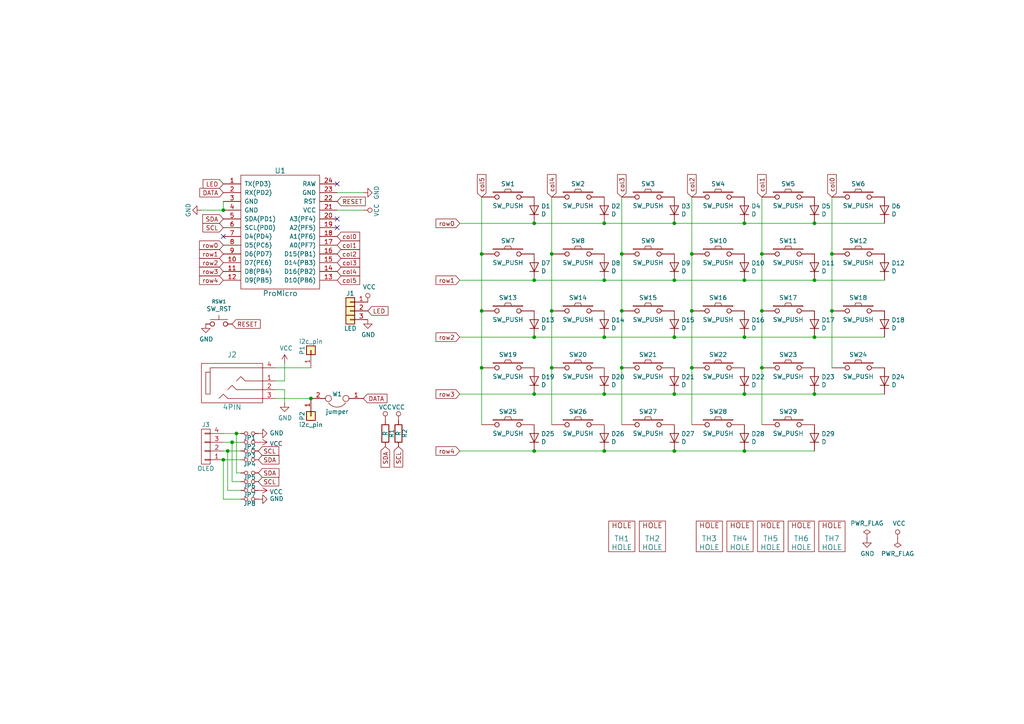
<source format=kicad_sch>
(kicad_sch (version 20230121) (generator eeschema)

  (uuid a39df9ba-6b06-463d-bd14-76d9cbe6e71e)

  (paper "A4")

  (lib_symbols
    (symbol "Lily58_Pro-rescue:D-Lily58-cache" (pin_numbers hide) (pin_names (offset 1.016) hide) (in_bom yes) (on_board yes)
      (property "Reference" "D" (at 0 2.54 0)
        (effects (font (size 1.27 1.27)))
      )
      (property "Value" "Lily58-cache:D" (at 0 -2.54 0)
        (effects (font (size 1.27 1.27)))
      )
      (property "Footprint" "" (at 0 0 0)
        (effects (font (size 1.27 1.27)) hide)
      )
      (property "Datasheet" "" (at 0 0 0)
        (effects (font (size 1.27 1.27)) hide)
      )
      (property "ki_fp_filters" "TO-???* *_Diode_* *SingleDiode* D_*" (at 0 0 0)
        (effects (font (size 1.27 1.27)) hide)
      )
      (symbol "D-Lily58-cache_0_1"
        (polyline
          (pts
            (xy -1.27 1.27)
            (xy -1.27 -1.27)
          )
          (stroke (width 0.2032) (type solid))
          (fill (type none))
        )
        (polyline
          (pts
            (xy 1.27 0)
            (xy -1.27 0)
          )
          (stroke (width 0) (type solid))
          (fill (type none))
        )
        (polyline
          (pts
            (xy 1.27 1.27)
            (xy 1.27 -1.27)
            (xy -1.27 0)
            (xy 1.27 1.27)
          )
          (stroke (width 0.2032) (type solid))
          (fill (type none))
        )
      )
      (symbol "D-Lily58-cache_1_1"
        (pin passive line (at -3.81 0 0) (length 2.54)
          (name "K" (effects (font (size 1.27 1.27))))
          (number "1" (effects (font (size 1.27 1.27))))
        )
        (pin passive line (at 3.81 0 180) (length 2.54)
          (name "A" (effects (font (size 1.27 1.27))))
          (number "2" (effects (font (size 1.27 1.27))))
        )
      )
    )
    (symbol "Lily58_Pro-rescue:GND-Lily58-cache" (power) (pin_names (offset 0)) (in_bom yes) (on_board yes)
      (property "Reference" "#PWR" (at 0 -6.35 0)
        (effects (font (size 1.27 1.27)) hide)
      )
      (property "Value" "GND-Lily58-cache" (at 0 -3.81 0)
        (effects (font (size 1.27 1.27)))
      )
      (property "Footprint" "" (at 0 0 0)
        (effects (font (size 1.27 1.27)) hide)
      )
      (property "Datasheet" "" (at 0 0 0)
        (effects (font (size 1.27 1.27)) hide)
      )
      (symbol "GND-Lily58-cache_1_1"
        (polyline
          (pts
            (xy 0 0)
            (xy 0 -1.27)
            (xy 1.27 -1.27)
            (xy 0 -2.54)
            (xy -1.27 -1.27)
            (xy 0 -1.27)
          )
          (stroke (width 0) (type solid))
          (fill (type none))
        )
        (pin power_in line (at 0 0 0) (length 0) hide
          (name "GND" (effects (font (size 1.27 1.27))))
          (number "1" (effects (font (size 1.27 1.27))))
        )
      )
    )
    (symbol "Lily58_Pro-rescue:HOLE-Lily58-cache" (pin_names (offset 1.016)) (in_bom yes) (on_board yes)
      (property "Reference" "U" (at 0 0 0)
        (effects (font (size 1.524 1.524)))
      )
      (property "Value" "Lily58-cache:HOLE" (at 0 -5.08 0)
        (effects (font (size 1.524 1.524)))
      )
      (property "Footprint" "" (at 0 0 0)
        (effects (font (size 1.524 1.524)))
      )
      (property "Datasheet" "" (at 0 0 0)
        (effects (font (size 1.524 1.524)))
      )
      (symbol "HOLE-Lily58-cache_0_0"
        (text "HOLE" (at 0 3.81 0)
          (effects (font (size 1.524 1.524)))
        )
      )
      (symbol "HOLE-Lily58-cache_0_1"
        (rectangle (start 3.81 5.08) (end -3.81 -3.81)
          (stroke (width 0) (type solid))
          (fill (type none))
        )
      )
    )
    (symbol "Lily58_Pro-rescue:Jumper-Device" (pin_names (offset 0.762) hide) (in_bom yes) (on_board yes)
      (property "Reference" "JP" (at 0 3.81 0)
        (effects (font (size 1.27 1.27)))
      )
      (property "Value" "Device:Jumper" (at 0 -2.032 0)
        (effects (font (size 1.27 1.27)))
      )
      (property "Footprint" "" (at 0 0 0)
        (effects (font (size 1.27 1.27)) hide)
      )
      (property "Datasheet" "" (at 0 0 0)
        (effects (font (size 1.27 1.27)) hide)
      )
      (symbol "Jumper-Device_0_1"
        (circle (center -2.54 0) (radius 0.889)
          (stroke (width 0) (type solid))
          (fill (type none))
        )
        (arc (start 2.5146 1.27) (mid 0.0078 2.5097) (end -2.4892 1.27)
          (stroke (width 0) (type solid))
          (fill (type none))
        )
        (circle (center 2.54 0) (radius 0.889)
          (stroke (width 0) (type solid))
          (fill (type none))
        )
        (pin passive line (at -7.62 0 0) (length 4.191)
          (name "1" (effects (font (size 1.27 1.27))))
          (number "1" (effects (font (size 1.27 1.27))))
        )
        (pin passive line (at 7.62 0 180) (length 4.191)
          (name "2" (effects (font (size 1.27 1.27))))
          (number "2" (effects (font (size 1.27 1.27))))
        )
      )
    )
    (symbol "Lily58_Pro-rescue:Jumper_NO_Small-Device" (pin_numbers hide) (pin_names (offset 0.762) hide) (in_bom yes) (on_board yes)
      (property "Reference" "JP" (at 0 2.032 0)
        (effects (font (size 1.27 1.27)))
      )
      (property "Value" "Device:Jumper_NO_Small" (at 0.254 -1.524 0)
        (effects (font (size 1.27 1.27)))
      )
      (property "Footprint" "" (at 0 0 0)
        (effects (font (size 1.27 1.27)) hide)
      )
      (property "Datasheet" "" (at 0 0 0)
        (effects (font (size 1.27 1.27)) hide)
      )
      (symbol "Jumper_NO_Small-Device_0_1"
        (circle (center -1.016 0) (radius 0.508)
          (stroke (width 0) (type solid))
          (fill (type none))
        )
        (circle (center 1.016 0) (radius 0.508)
          (stroke (width 0) (type solid))
          (fill (type none))
        )
        (pin passive line (at -2.54 0 0) (length 1.016)
          (name "1" (effects (font (size 1.27 1.27))))
          (number "1" (effects (font (size 1.27 1.27))))
        )
        (pin passive line (at 2.54 0 180) (length 1.016)
          (name "2" (effects (font (size 1.27 1.27))))
          (number "2" (effects (font (size 1.27 1.27))))
        )
      )
    )
    (symbol "Lily58_Pro-rescue:LED-Lily58-cache" (pin_names (offset 1.016) hide) (in_bom yes) (on_board yes)
      (property "Reference" "J" (at 0 5.08 0)
        (effects (font (size 1.27 1.27)))
      )
      (property "Value" "Lily58-cache:LED" (at 0 -5.08 0)
        (effects (font (size 1.27 1.27)))
      )
      (property "Footprint" "" (at 0 0 0)
        (effects (font (size 1.27 1.27)) hide)
      )
      (property "Datasheet" "" (at 0 0 0)
        (effects (font (size 1.27 1.27)) hide)
      )
      (property "ki_fp_filters" "Connector*:*_??x*mm* Connector*:*1x??x*mm* Pin?Header?Straight?1X* Pin?Header?Angled?1X* Socket?Strip?Straight?1X* Socket?Strip?Angled?1X*" (at 0 0 0)
        (effects (font (size 1.27 1.27)) hide)
      )
      (symbol "LED-Lily58-cache_1_1"
        (rectangle (start -1.27 3.81) (end 1.27 -3.81)
          (stroke (width 0.254) (type solid))
          (fill (type background))
        )
        (rectangle (start 0 -2.413) (end 1.27 -2.667)
          (stroke (width 0.1524) (type solid))
          (fill (type none))
        )
        (polyline
          (pts
            (xy -1.27 -1.27)
            (xy 1.27 -1.27)
          )
          (stroke (width 0.254) (type solid))
          (fill (type none))
        )
        (polyline
          (pts
            (xy -1.27 1.27)
            (xy 1.27 1.27)
          )
          (stroke (width 0.254) (type solid))
          (fill (type none))
        )
        (rectangle (start 0 0.127) (end 1.27 -0.127)
          (stroke (width 0.1524) (type solid))
          (fill (type none))
        )
        (rectangle (start 0 2.667) (end 1.27 2.413)
          (stroke (width 0.1524) (type solid))
          (fill (type none))
        )
        (pin passive line (at 5.08 2.54 180) (length 3.81)
          (name "Pin_1" (effects (font (size 1.27 1.27))))
          (number "1" (effects (font (size 1.27 1.27))))
        )
        (pin passive line (at 5.08 0 180) (length 3.81)
          (name "Pin_2" (effects (font (size 1.27 1.27))))
          (number "2" (effects (font (size 1.27 1.27))))
        )
        (pin passive line (at 5.08 -2.54 180) (length 3.81)
          (name "Pin_3" (effects (font (size 1.27 1.27))))
          (number "3" (effects (font (size 1.27 1.27))))
        )
      )
    )
    (symbol "Lily58_Pro-rescue:MJ-4PP-9-Lily58-cache" (pin_names (offset 1.016)) (in_bom yes) (on_board yes)
      (property "Reference" "J" (at -8.89 -7.62 0)
        (effects (font (size 1.524 1.524)))
      )
      (property "Value" "Lily58-cache:MJ-4PP-9" (at -3.81 6.35 0)
        (effects (font (size 1.524 1.524)))
      )
      (property "Footprint" "" (at 0 0 0)
        (effects (font (size 1.524 1.524)))
      )
      (property "Datasheet" "" (at 0 0 0)
        (effects (font (size 1.524 1.524)))
      )
      (symbol "MJ-4PP-9-Lily58-cache_0_1"
        (rectangle (start -7.62 2.54) (end -8.89 -3.81)
          (stroke (width 0) (type solid))
          (fill (type none))
        )
        (polyline
          (pts
            (xy 2.54 0)
            (xy 7.62 0)
          )
          (stroke (width 0) (type solid))
          (fill (type none))
        )
        (polyline
          (pts
            (xy -2.54 -5.08)
            (xy 7.62 -5.08)
            (xy 7.62 -5.08)
          )
          (stroke (width 0) (type solid))
          (fill (type none))
        )
        (polyline
          (pts
            (xy 0 -2.54)
            (xy -1.27 -1.27)
            (xy -2.54 -2.54)
          )
          (stroke (width 0) (type solid))
          (fill (type none))
        )
        (polyline
          (pts
            (xy 0 0)
            (xy 1.27 1.27)
            (xy 2.54 0)
          )
          (stroke (width 0) (type solid))
          (fill (type none))
        )
        (polyline
          (pts
            (xy 7.62 3.81)
            (xy -7.62 3.81)
            (xy -7.62 2.54)
          )
          (stroke (width 0) (type solid))
          (fill (type none))
        )
        (polyline
          (pts
            (xy -2.54 -5.08)
            (xy -3.81 -3.81)
            (xy -5.08 -5.08)
            (xy -5.08 -5.08)
          )
          (stroke (width 0) (type solid))
          (fill (type none))
        )
        (polyline
          (pts
            (xy 0 -2.54)
            (xy 7.62 -2.54)
            (xy 7.62 -2.54)
            (xy 7.62 -2.54)
          )
          (stroke (width 0) (type solid))
          (fill (type none))
        )
        (rectangle (start 7.62 -6.35) (end -10.16 5.08)
          (stroke (width 0) (type solid))
          (fill (type none))
        )
      )
      (symbol "MJ-4PP-9-Lily58-cache_1_1"
        (pin passive line (at 11.43 0 180) (length 3.81)
          (name "~" (effects (font (size 1.27 1.27))))
          (number "1" (effects (font (size 1.27 1.27))))
        )
        (pin passive line (at 11.43 -2.54 180) (length 3.81)
          (name "~" (effects (font (size 1.27 1.27))))
          (number "2" (effects (font (size 1.27 1.27))))
        )
        (pin passive line (at 11.43 -5.08 180) (length 3.81)
          (name "~" (effects (font (size 1.27 1.27))))
          (number "3" (effects (font (size 1.27 1.27))))
        )
        (pin passive line (at 11.43 3.81 180) (length 3.81)
          (name "~" (effects (font (size 1.27 1.27))))
          (number "4" (effects (font (size 1.27 1.27))))
        )
      )
    )
    (symbol "Lily58_Pro-rescue:OLED-Lily58-cache" (pin_names (offset 1.016) hide) (in_bom yes) (on_board yes)
      (property "Reference" "J" (at 0 6.35 0)
        (effects (font (size 1.27 1.27)))
      )
      (property "Value" "Lily58-cache:OLED" (at 2.54 0 90)
        (effects (font (size 1.27 1.27)))
      )
      (property "Footprint" "" (at 0 0 0)
        (effects (font (size 1.27 1.27)))
      )
      (property "Datasheet" "" (at 0 0 0)
        (effects (font (size 1.27 1.27)))
      )
      (property "ki_fp_filters" "Pin_Header_Straight_1X04 Pin_Header_Angled_1X04 Socket_Strip_Straight_1X04 Socket_Strip_Angled_1X04" (at 0 0 0)
        (effects (font (size 1.27 1.27)) hide)
      )
      (symbol "OLED-Lily58-cache_0_1"
        (rectangle (start -1.27 -3.683) (end 0.254 -3.937)
          (stroke (width 0) (type solid))
          (fill (type none))
        )
        (rectangle (start -1.27 -1.143) (end 0.254 -1.397)
          (stroke (width 0) (type solid))
          (fill (type none))
        )
        (rectangle (start -1.27 1.397) (end 0.254 1.143)
          (stroke (width 0) (type solid))
          (fill (type none))
        )
        (rectangle (start -1.27 3.937) (end 0.254 3.683)
          (stroke (width 0) (type solid))
          (fill (type none))
        )
        (rectangle (start -1.27 5.08) (end 1.27 -5.08)
          (stroke (width 0) (type solid))
          (fill (type none))
        )
      )
      (symbol "OLED-Lily58-cache_1_1"
        (pin passive line (at -5.08 3.81 0) (length 3.81)
          (name "P1" (effects (font (size 1.27 1.27))))
          (number "1" (effects (font (size 1.27 1.27))))
        )
        (pin passive line (at -5.08 1.27 0) (length 3.81)
          (name "P2" (effects (font (size 1.27 1.27))))
          (number "2" (effects (font (size 1.27 1.27))))
        )
        (pin passive line (at -5.08 -1.27 0) (length 3.81)
          (name "P3" (effects (font (size 1.27 1.27))))
          (number "3" (effects (font (size 1.27 1.27))))
        )
        (pin passive line (at -5.08 -3.81 0) (length 3.81)
          (name "P4" (effects (font (size 1.27 1.27))))
          (number "4" (effects (font (size 1.27 1.27))))
        )
      )
    )
    (symbol "Lily58_Pro-rescue:PWR_FLAG-Lily58-cache" (power) (pin_numbers hide) (pin_names (offset 0) hide) (in_bom yes) (on_board yes)
      (property "Reference" "#FLG" (at 0 0 0)
        (effects (font (size 1.27 1.27)) hide)
      )
      (property "Value" "PWR_FLAG-Lily58-cache" (at 0 3.81 0)
        (effects (font (size 1.27 1.27)))
      )
      (property "Footprint" "" (at 0 0 0)
        (effects (font (size 1.27 1.27)) hide)
      )
      (property "Datasheet" "" (at 0 0 0)
        (effects (font (size 1.27 1.27)) hide)
      )
      (symbol "PWR_FLAG-Lily58-cache_0_0"
        (pin power_out line (at 0 0 90) (length 0)
          (name "pwr" (effects (font (size 1.27 1.27))))
          (number "1" (effects (font (size 1.27 1.27))))
        )
      )
      (symbol "PWR_FLAG-Lily58-cache_0_1"
        (polyline
          (pts
            (xy 0 0)
            (xy 0 1.27)
            (xy -1.016 1.905)
            (xy 0 2.54)
            (xy 1.016 1.905)
            (xy 0 1.27)
          )
          (stroke (width 0) (type solid))
          (fill (type none))
        )
      )
    )
    (symbol "Lily58_Pro-rescue:ProMicro_2-Lily58-cache" (pin_names (offset 1.016)) (in_bom yes) (on_board yes)
      (property "Reference" "U" (at 0 17.78 0)
        (effects (font (size 1.27 1.27)))
      )
      (property "Value" "Lily58-cache:ProMicro_2" (at 0 -17.78 0)
        (effects (font (size 1.27 1.27)))
      )
      (property "Footprint" "" (at -1.27 2.54 0)
        (effects (font (size 1.27 1.27)) hide)
      )
      (property "Datasheet" "" (at -1.27 2.54 0)
        (effects (font (size 1.27 1.27)) hide)
      )
      (symbol "ProMicro_2-Lily58-cache_0_1"
        (rectangle (start -11.43 16.51) (end 11.43 -16.51)
          (stroke (width 0) (type solid))
          (fill (type none))
        )
      )
      (symbol "ProMicro_2-Lily58-cache_1_1"
        (pin input line (at -16.51 13.97 0) (length 5.08)
          (name "TX(PD3)" (effects (font (size 1.27 1.27))))
          (number "1" (effects (font (size 1.27 1.27))))
        )
        (pin input line (at -16.51 -8.89 0) (length 5.08)
          (name "D7(PE6)" (effects (font (size 1.27 1.27))))
          (number "10" (effects (font (size 1.27 1.27))))
        )
        (pin input line (at -16.51 -11.43 0) (length 5.08)
          (name "D8(PB4)" (effects (font (size 1.27 1.27))))
          (number "11" (effects (font (size 1.27 1.27))))
        )
        (pin input line (at -16.51 -13.97 0) (length 5.08)
          (name "D9(PB5)" (effects (font (size 1.27 1.27))))
          (number "12" (effects (font (size 1.27 1.27))))
        )
        (pin input line (at 16.51 -13.97 180) (length 5.08)
          (name "D10(PB6)" (effects (font (size 1.27 1.27))))
          (number "13" (effects (font (size 1.27 1.27))))
        )
        (pin input line (at 16.51 -11.43 180) (length 5.08)
          (name "D16(PB2)" (effects (font (size 1.27 1.27))))
          (number "14" (effects (font (size 1.27 1.27))))
        )
        (pin input line (at 16.51 -8.89 180) (length 5.08)
          (name "D14(PB3)" (effects (font (size 1.27 1.27))))
          (number "15" (effects (font (size 1.27 1.27))))
        )
        (pin input line (at 16.51 -6.35 180) (length 5.08)
          (name "D15(PB1)" (effects (font (size 1.27 1.27))))
          (number "16" (effects (font (size 1.27 1.27))))
        )
        (pin input line (at 16.51 -3.81 180) (length 5.08)
          (name "A0(PF7)" (effects (font (size 1.27 1.27))))
          (number "17" (effects (font (size 1.27 1.27))))
        )
        (pin input line (at 16.51 -1.27 180) (length 5.08)
          (name "A1(PF6)" (effects (font (size 1.27 1.27))))
          (number "18" (effects (font (size 1.27 1.27))))
        )
        (pin input line (at 16.51 1.27 180) (length 5.08)
          (name "A2(PF5)" (effects (font (size 1.27 1.27))))
          (number "19" (effects (font (size 1.27 1.27))))
        )
        (pin input line (at -16.51 11.43 0) (length 5.08)
          (name "RX(PD2)" (effects (font (size 1.27 1.27))))
          (number "2" (effects (font (size 1.27 1.27))))
        )
        (pin input line (at 16.51 3.81 180) (length 5.08)
          (name "A3(PF4)" (effects (font (size 1.27 1.27))))
          (number "20" (effects (font (size 1.27 1.27))))
        )
        (pin input line (at 16.51 6.35 180) (length 5.08)
          (name "VCC" (effects (font (size 1.27 1.27))))
          (number "21" (effects (font (size 1.27 1.27))))
        )
        (pin input line (at 16.51 8.89 180) (length 5.08)
          (name "RST" (effects (font (size 1.27 1.27))))
          (number "22" (effects (font (size 1.27 1.27))))
        )
        (pin input line (at 16.51 11.43 180) (length 5.08)
          (name "GND" (effects (font (size 1.27 1.27))))
          (number "23" (effects (font (size 1.27 1.27))))
        )
        (pin input line (at 16.51 13.97 180) (length 5.08)
          (name "RAW" (effects (font (size 1.27 1.27))))
          (number "24" (effects (font (size 1.27 1.27))))
        )
        (pin input line (at -16.51 8.89 0) (length 5.08)
          (name "GND" (effects (font (size 1.27 1.27))))
          (number "3" (effects (font (size 1.27 1.27))))
        )
        (pin input line (at -16.51 6.35 0) (length 5.08)
          (name "GND" (effects (font (size 1.27 1.27))))
          (number "4" (effects (font (size 1.27 1.27))))
        )
        (pin input line (at -16.51 3.81 0) (length 5.08)
          (name "SDA(PD1)" (effects (font (size 1.27 1.27))))
          (number "5" (effects (font (size 1.27 1.27))))
        )
        (pin input line (at -16.51 1.27 0) (length 5.08)
          (name "SCL(PD0)" (effects (font (size 1.27 1.27))))
          (number "6" (effects (font (size 1.27 1.27))))
        )
        (pin input line (at -16.51 -1.27 0) (length 5.08)
          (name "D4(PD4)" (effects (font (size 1.27 1.27))))
          (number "7" (effects (font (size 1.27 1.27))))
        )
        (pin input line (at -16.51 -3.81 0) (length 5.08)
          (name "D5(PC6)" (effects (font (size 1.27 1.27))))
          (number "8" (effects (font (size 1.27 1.27))))
        )
        (pin input line (at -16.51 -6.35 0) (length 5.08)
          (name "D6(PD7)" (effects (font (size 1.27 1.27))))
          (number "9" (effects (font (size 1.27 1.27))))
        )
      )
    )
    (symbol "Lily58_Pro-rescue:R-Lily58-cache" (pin_numbers hide) (pin_names (offset 0)) (in_bom yes) (on_board yes)
      (property "Reference" "R" (at 0 0 90)
        (effects (font (size 1.27 1.27)))
      )
      (property "Value" "Lily58-cache:R" (at -2.54 0 90)
        (effects (font (size 1.27 1.27)))
      )
      (property "Footprint" "" (at -1.778 0 90)
        (effects (font (size 1.27 1.27)) hide)
      )
      (property "Datasheet" "" (at 0 0 0)
        (effects (font (size 1.27 1.27)) hide)
      )
      (property "ki_fp_filters" "R_*" (at 0 0 0)
        (effects (font (size 1.27 1.27)) hide)
      )
      (symbol "R-Lily58-cache_0_1"
        (rectangle (start -1.016 -2.54) (end 1.016 2.54)
          (stroke (width 0.254) (type solid))
          (fill (type none))
        )
      )
      (symbol "R-Lily58-cache_1_1"
        (pin passive line (at 0 3.81 270) (length 1.27)
          (name "~" (effects (font (size 1.27 1.27))))
          (number "1" (effects (font (size 1.27 1.27))))
        )
        (pin passive line (at 0 -3.81 90) (length 1.27)
          (name "~" (effects (font (size 1.27 1.27))))
          (number "2" (effects (font (size 1.27 1.27))))
        )
      )
    )
    (symbol "Lily58_Pro-rescue:SW_PUSH-Lily58-cache" (pin_numbers hide) (pin_names (offset 1.016) hide) (in_bom yes) (on_board yes)
      (property "Reference" "SW" (at 3.81 2.794 0)
        (effects (font (size 1.27 1.27)))
      )
      (property "Value" "Lily58-cache:SW_PUSH" (at 0 -2.032 0)
        (effects (font (size 1.27 1.27)))
      )
      (property "Footprint" "" (at 0 0 0)
        (effects (font (size 1.27 1.27)))
      )
      (property "Datasheet" "" (at 0 0 0)
        (effects (font (size 1.27 1.27)))
      )
      (symbol "SW_PUSH-Lily58-cache_0_1"
        (rectangle (start -4.318 1.27) (end 4.318 1.524)
          (stroke (width 0) (type solid))
          (fill (type none))
        )
        (polyline
          (pts
            (xy -1.016 1.524)
            (xy -0.762 2.286)
            (xy 0.762 2.286)
            (xy 1.016 1.524)
          )
          (stroke (width 0) (type solid))
          (fill (type none))
        )
        (pin passive inverted (at -7.62 0 0) (length 5.08)
          (name "1" (effects (font (size 1.27 1.27))))
          (number "1" (effects (font (size 1.27 1.27))))
        )
        (pin passive inverted (at 7.62 0 180) (length 5.08)
          (name "2" (effects (font (size 1.27 1.27))))
          (number "2" (effects (font (size 1.27 1.27))))
        )
      )
    )
    (symbol "Lily58_Pro-rescue:SW_RST-Lily58-cache" (pin_numbers hide) (pin_names (offset 1.016) hide) (in_bom yes) (on_board yes)
      (property "Reference" "RSW" (at 2.54 2.54 0)
        (effects (font (size 1.016 1.016)))
      )
      (property "Value" "Lily58-cache:SW_RST" (at 0 -2.54 0)
        (effects (font (size 1.27 1.27)))
      )
      (property "Footprint" "" (at 0 0 0)
        (effects (font (size 1.27 1.27)) hide)
      )
      (property "Datasheet" "" (at 0 0 0)
        (effects (font (size 1.27 1.27)) hide)
      )
      (symbol "SW_RST-Lily58-cache_0_1"
        (polyline
          (pts
            (xy -2.54 1.27)
            (xy 2.54 1.27)
          )
          (stroke (width 0) (type solid))
          (fill (type none))
        )
        (polyline
          (pts
            (xy 0 2.54)
            (xy 0 1.27)
          )
          (stroke (width 0) (type solid))
          (fill (type none))
        )
        (pin passive inverted (at -3.81 0 0) (length 2.54)
          (name "1" (effects (font (size 1.27 1.27))))
          (number "1" (effects (font (size 1.27 1.27))))
        )
        (pin passive inverted (at 3.81 0 180) (length 2.54)
          (name "2" (effects (font (size 1.27 1.27))))
          (number "2" (effects (font (size 1.27 1.27))))
        )
      )
    )
    (symbol "Lily58_Pro-rescue:VCC-Lily58-cache" (power) (pin_names (offset 0)) (in_bom yes) (on_board yes)
      (property "Reference" "#PWR" (at 0 -3.81 0)
        (effects (font (size 1.27 1.27)) hide)
      )
      (property "Value" "VCC-Lily58-cache" (at 0 3.81 0)
        (effects (font (size 1.27 1.27)))
      )
      (property "Footprint" "" (at 0 0 0)
        (effects (font (size 1.27 1.27)) hide)
      )
      (property "Datasheet" "" (at 0 0 0)
        (effects (font (size 1.27 1.27)) hide)
      )
      (symbol "VCC-Lily58-cache_0_1"
        (polyline
          (pts
            (xy 0 0)
            (xy 0 1.27)
          )
          (stroke (width 0) (type solid))
          (fill (type none))
        )
        (circle (center 0 1.905) (radius 0.635)
          (stroke (width 0) (type solid))
          (fill (type none))
        )
      )
      (symbol "VCC-Lily58-cache_1_1"
        (pin power_in line (at 0 0 90) (length 0) hide
          (name "VCC" (effects (font (size 1.27 1.27))))
          (number "1" (effects (font (size 1.27 1.27))))
        )
      )
    )
    (symbol "Lily58_Pro-rescue:i2c_pin-Lily58-cache" (pin_names (offset 1.016) hide) (in_bom yes) (on_board yes)
      (property "Reference" "J" (at 0 2.54 0)
        (effects (font (size 1.27 1.27)))
      )
      (property "Value" "Lily58-cache:i2c_pin" (at 0 -2.54 0)
        (effects (font (size 1.27 1.27)))
      )
      (property "Footprint" "" (at 0 0 0)
        (effects (font (size 1.27 1.27)) hide)
      )
      (property "Datasheet" "" (at 0 0 0)
        (effects (font (size 1.27 1.27)) hide)
      )
      (property "ki_fp_filters" "Connector*:*_??x*mm* Connector*:*1x??x*mm* Pin?Header?Straight?1X* Pin?Header?Angled?1X* Socket?Strip?Straight?1X* Socket?Strip?Angled?1X*" (at 0 0 0)
        (effects (font (size 1.27 1.27)) hide)
      )
      (symbol "i2c_pin-Lily58-cache_1_1"
        (rectangle (start -1.27 0.127) (end 0 -0.127)
          (stroke (width 0.1524) (type solid))
          (fill (type none))
        )
        (rectangle (start -1.27 1.27) (end 1.27 -1.27)
          (stroke (width 0.254) (type solid))
          (fill (type background))
        )
        (pin passive line (at -5.08 0 0) (length 3.81)
          (name "Pin_1" (effects (font (size 1.27 1.27))))
          (number "1" (effects (font (size 1.27 1.27))))
        )
      )
    )
    (symbol "power:GND" (power) (pin_names (offset 0)) (in_bom yes) (on_board yes)
      (property "Reference" "#PWR" (at 0 -6.35 0)
        (effects (font (size 1.27 1.27)) hide)
      )
      (property "Value" "GND" (at 0 -3.81 0)
        (effects (font (size 1.27 1.27)))
      )
      (property "Footprint" "" (at 0 0 0)
        (effects (font (size 1.27 1.27)) hide)
      )
      (property "Datasheet" "" (at 0 0 0)
        (effects (font (size 1.27 1.27)) hide)
      )
      (property "ki_keywords" "global power" (at 0 0 0)
        (effects (font (size 1.27 1.27)) hide)
      )
      (property "ki_description" "Power symbol creates a global label with name \"GND\" , ground" (at 0 0 0)
        (effects (font (size 1.27 1.27)) hide)
      )
      (symbol "GND_0_1"
        (polyline
          (pts
            (xy 0 0)
            (xy 0 -1.27)
            (xy 1.27 -1.27)
            (xy 0 -2.54)
            (xy -1.27 -1.27)
            (xy 0 -1.27)
          )
          (stroke (width 0) (type default))
          (fill (type none))
        )
      )
      (symbol "GND_1_1"
        (pin power_in line (at 0 0 270) (length 0) hide
          (name "GND" (effects (font (size 1.27 1.27))))
          (number "1" (effects (font (size 1.27 1.27))))
        )
      )
    )
    (symbol "power:VCC" (power) (pin_names (offset 0)) (in_bom yes) (on_board yes)
      (property "Reference" "#PWR" (at 0 -3.81 0)
        (effects (font (size 1.27 1.27)) hide)
      )
      (property "Value" "VCC" (at 0 3.81 0)
        (effects (font (size 1.27 1.27)))
      )
      (property "Footprint" "" (at 0 0 0)
        (effects (font (size 1.27 1.27)) hide)
      )
      (property "Datasheet" "" (at 0 0 0)
        (effects (font (size 1.27 1.27)) hide)
      )
      (property "ki_keywords" "global power" (at 0 0 0)
        (effects (font (size 1.27 1.27)) hide)
      )
      (property "ki_description" "Power symbol creates a global label with name \"VCC\"" (at 0 0 0)
        (effects (font (size 1.27 1.27)) hide)
      )
      (symbol "VCC_0_1"
        (polyline
          (pts
            (xy -0.762 1.27)
            (xy 0 2.54)
          )
          (stroke (width 0) (type default))
          (fill (type none))
        )
        (polyline
          (pts
            (xy 0 0)
            (xy 0 2.54)
          )
          (stroke (width 0) (type default))
          (fill (type none))
        )
        (polyline
          (pts
            (xy 0 2.54)
            (xy 0.762 1.27)
          )
          (stroke (width 0) (type default))
          (fill (type none))
        )
      )
      (symbol "VCC_1_1"
        (pin power_in line (at 0 0 90) (length 0) hide
          (name "VCC" (effects (font (size 1.27 1.27))))
          (number "1" (effects (font (size 1.27 1.27))))
        )
      )
    )
  )

  (junction (at 195.58 114.3) (diameter 0) (color 0 0 0 0)
    (uuid 08b9b01b-aed6-4429-9428-f00b72dd82df)
  )
  (junction (at 66.04 130.81) (diameter 0) (color 0 0 0 0)
    (uuid 0adfe59c-e5de-4ee8-b612-ef99ffb3dcb5)
  )
  (junction (at 215.9 81.28) (diameter 0) (color 0 0 0 0)
    (uuid 263161b5-f971-4ae1-a322-c2d88992f2b9)
  )
  (junction (at 220.98 90.17) (diameter 0) (color 0 0 0 0)
    (uuid 366bf51d-333e-4245-92f6-e6dc68318438)
  )
  (junction (at 236.22 64.77) (diameter 0) (color 0 0 0 0)
    (uuid 4c2eb588-4a29-4ab1-929d-6af42826578d)
  )
  (junction (at 154.94 97.79) (diameter 0) (color 0 0 0 0)
    (uuid 4efbcb87-1d71-4421-8434-ad59e88291ad)
  )
  (junction (at 175.26 97.79) (diameter 0) (color 0 0 0 0)
    (uuid 5a13ff1b-b99b-42df-a287-408bc8459148)
  )
  (junction (at 160.02 73.66) (diameter 0) (color 0 0 0 0)
    (uuid 5a63ac5e-823a-4c79-a4f2-89936115cd7f)
  )
  (junction (at 64.77 60.96) (diameter 0) (color 0 0 0 0)
    (uuid 5c3855de-12ca-46dc-ab37-4b73d81e0e36)
  )
  (junction (at 195.58 64.77) (diameter 0) (color 0 0 0 0)
    (uuid 5ea5942b-a754-47fb-87cf-dea1a9317f87)
  )
  (junction (at 68.58 125.73) (diameter 0) (color 0 0 0 0)
    (uuid 619609f2-b6b5-4045-b9b5-7a89d0cc1173)
  )
  (junction (at 195.58 81.28) (diameter 0) (color 0 0 0 0)
    (uuid 67737b73-6fe1-4804-a74d-6572e9f88986)
  )
  (junction (at 220.98 73.66) (diameter 0) (color 0 0 0 0)
    (uuid 680a77e8-0fbc-45e0-b550-9de43ae09767)
  )
  (junction (at 160.02 90.17) (diameter 0) (color 0 0 0 0)
    (uuid 6d1320d5-9747-487b-bfce-ca597e019e46)
  )
  (junction (at 236.22 97.79) (diameter 0) (color 0 0 0 0)
    (uuid 716e4504-2009-40df-9b15-327f6a307701)
  )
  (junction (at 154.94 114.3) (diameter 0) (color 0 0 0 0)
    (uuid 728b6d6d-ef7a-4165-8136-a49c16f0d098)
  )
  (junction (at 139.7 90.17) (diameter 0) (color 0 0 0 0)
    (uuid 732ef94d-97f6-437a-a4ec-896cc2563307)
  )
  (junction (at 215.9 64.77) (diameter 0) (color 0 0 0 0)
    (uuid 755877eb-146c-4761-81d7-3403bc98434f)
  )
  (junction (at 139.7 73.66) (diameter 0) (color 0 0 0 0)
    (uuid 7be906e2-6f2e-46f1-8934-d7849ddefa7d)
  )
  (junction (at 160.02 106.68) (diameter 0) (color 0 0 0 0)
    (uuid 81746ce5-c35f-495e-aae7-f8d693412d3b)
  )
  (junction (at 200.66 73.66) (diameter 0) (color 0 0 0 0)
    (uuid 885062b0-a28d-4c8f-9a6a-6edcd67a6ce6)
  )
  (junction (at 215.9 97.79) (diameter 0) (color 0 0 0 0)
    (uuid 8d6b9d3d-9232-4662-b14e-de9652bdbcce)
  )
  (junction (at 236.22 114.3) (diameter 0) (color 0 0 0 0)
    (uuid 8e796979-f781-45c1-ab89-ef98276b3ab3)
  )
  (junction (at 180.34 90.17) (diameter 0) (color 0 0 0 0)
    (uuid a476d4ea-e2b1-4cd4-ac46-7a4800aabf41)
  )
  (junction (at 154.94 81.28) (diameter 0) (color 0 0 0 0)
    (uuid a5c475ff-f132-4246-a468-5038daa47c50)
  )
  (junction (at 241.3 90.17) (diameter 0) (color 0 0 0 0)
    (uuid a6b74f25-e348-4b24-810f-938ce4b68ec8)
  )
  (junction (at 220.98 106.68) (diameter 0) (color 0 0 0 0)
    (uuid abb84177-1cb2-4662-8687-8f0cf0ece158)
  )
  (junction (at 200.66 106.68) (diameter 0) (color 0 0 0 0)
    (uuid af15792f-4808-461a-a8b8-243a0129b7f8)
  )
  (junction (at 236.22 81.28) (diameter 0) (color 0 0 0 0)
    (uuid bd8033ce-55c9-470c-8d93-d14bccfa9009)
  )
  (junction (at 175.26 81.28) (diameter 0) (color 0 0 0 0)
    (uuid bdbe2ddf-2b34-4bdb-8fe5-cd74e801b0a8)
  )
  (junction (at 175.26 130.81) (diameter 0) (color 0 0 0 0)
    (uuid cac1aa66-784a-4d34-81ea-3aae4413b98b)
  )
  (junction (at 200.66 90.17) (diameter 0) (color 0 0 0 0)
    (uuid ccd8ba99-eae1-4206-bc70-217b3a7ef378)
  )
  (junction (at 195.58 130.81) (diameter 0) (color 0 0 0 0)
    (uuid cd258919-37a0-4ce6-a033-92db75523e1f)
  )
  (junction (at 67.31 128.27) (diameter 0) (color 0 0 0 0)
    (uuid cd260531-fbbb-45ca-98ca-437dd25f658b)
  )
  (junction (at 139.7 106.68) (diameter 0) (color 0 0 0 0)
    (uuid d17c9369-eb26-4ff7-85ea-3f29cc51ec2f)
  )
  (junction (at 180.34 106.68) (diameter 0) (color 0 0 0 0)
    (uuid d42e8d1b-87d7-4c81-8295-85aebd45f8be)
  )
  (junction (at 64.77 133.35) (diameter 0) (color 0 0 0 0)
    (uuid e04be1ca-6571-47b5-99a4-1eb39114743f)
  )
  (junction (at 175.26 114.3) (diameter 0) (color 0 0 0 0)
    (uuid e959a1d8-1c81-41ab-98e9-5c764a9f5fa7)
  )
  (junction (at 215.9 130.81) (diameter 0) (color 0 0 0 0)
    (uuid eb733e5c-791b-4420-9ec5-08a0a036ed27)
  )
  (junction (at 175.26 64.77) (diameter 0) (color 0 0 0 0)
    (uuid ed3fb3ca-427e-4926-9ff3-a59340fceec6)
  )
  (junction (at 154.94 64.77) (diameter 0) (color 0 0 0 0)
    (uuid ee8e7c8b-d2cd-4c8f-8513-00bca47b007c)
  )
  (junction (at 90.17 115.57) (diameter 0) (color 0 0 0 0)
    (uuid f0924689-f63e-43d9-a131-eb8263a7e8b4)
  )
  (junction (at 215.9 114.3) (diameter 0) (color 0 0 0 0)
    (uuid f9b23b28-0d6d-4b80-be82-2e3a2907b7e7)
  )
  (junction (at 195.58 97.79) (diameter 0) (color 0 0 0 0)
    (uuid fb02a1b6-7c12-4c1f-87f2-09555fc78720)
  )
  (junction (at 180.34 73.66) (diameter 0) (color 0 0 0 0)
    (uuid fb2f1a6d-5d89-4d15-9147-136a10a4479f)
  )
  (junction (at 241.3 73.66) (diameter 0) (color 0 0 0 0)
    (uuid fb428cc3-9a0a-41f3-b478-a361582a88ba)
  )
  (junction (at 154.94 130.81) (diameter 0) (color 0 0 0 0)
    (uuid fc9b5e32-5e86-481d-a637-aa191f402d06)
  )

  (no_connect (at 97.79 63.5) (uuid 994bc068-3982-469d-9214-e265a92630b8))
  (no_connect (at 97.79 66.04) (uuid d2060f7d-8a52-494c-8706-f41c9944e7b0))
  (no_connect (at 64.77 68.58) (uuid e7d98737-54cb-4a50-bf76-320c9f236329))
  (no_connect (at 97.79 53.34) (uuid f718e147-dbe1-4d5c-a602-8dafa26b307c))

  (wire (pts (xy 64.77 144.78) (xy 69.85 144.78))
    (stroke (width 0) (type default))
    (uuid 03ed21d9-31de-4608-8d0d-d9501cb7fc05)
  )
  (wire (pts (xy 215.9 114.3) (xy 236.22 114.3))
    (stroke (width 0) (type default))
    (uuid 09bacb11-3bdd-4e92-b39a-28af3f492fed)
  )
  (wire (pts (xy 139.7 90.17) (xy 139.7 106.68))
    (stroke (width 0) (type default))
    (uuid 09f055e3-d5c1-4d6c-bf8d-c57ddb3e8c16)
  )
  (wire (pts (xy 154.94 81.28) (xy 133.35 81.28))
    (stroke (width 0) (type default))
    (uuid 0c0f6a66-2f11-407f-8cd8-8eb09003d632)
  )
  (wire (pts (xy 236.22 64.77) (xy 215.9 64.77))
    (stroke (width 0) (type default))
    (uuid 0c628520-9b1b-4cb9-a046-248889bb96ba)
  )
  (wire (pts (xy 215.9 81.28) (xy 236.22 81.28))
    (stroke (width 0) (type default))
    (uuid 128d9d36-30bb-469b-91ca-86963ac91846)
  )
  (wire (pts (xy 236.22 97.79) (xy 256.54 97.79))
    (stroke (width 0) (type default))
    (uuid 13c82656-8519-409b-9dcf-a22c7e1f60a1)
  )
  (wire (pts (xy 154.94 64.77) (xy 133.35 64.77))
    (stroke (width 0) (type default))
    (uuid 1868790f-f41e-45b6-846e-ada7b98ecefc)
  )
  (wire (pts (xy 97.79 55.88) (xy 105.41 55.88))
    (stroke (width 0) (type default))
    (uuid 1ad36223-bcaf-420f-9547-3ba4a2b0d082)
  )
  (wire (pts (xy 160.02 106.68) (xy 160.02 123.19))
    (stroke (width 0) (type default))
    (uuid 1d95d651-e177-476f-8f4a-edaf7bdf8ffd)
  )
  (wire (pts (xy 180.34 90.17) (xy 180.34 106.68))
    (stroke (width 0) (type default))
    (uuid 21071c83-92d1-4436-96dc-f97da669d069)
  )
  (wire (pts (xy 64.77 128.27) (xy 67.31 128.27))
    (stroke (width 0) (type default))
    (uuid 21d6648b-f010-4e59-b489-59f50525c28e)
  )
  (wire (pts (xy 236.22 114.3) (xy 256.54 114.3))
    (stroke (width 0) (type default))
    (uuid 28b3e9b9-6d1f-451c-a2c6-bf12f43bb8fb)
  )
  (wire (pts (xy 82.55 105.41) (xy 82.55 110.49))
    (stroke (width 0) (type default))
    (uuid 2f75819b-cc7b-480c-9148-7381e74c9bc8)
  )
  (wire (pts (xy 195.58 81.28) (xy 215.9 81.28))
    (stroke (width 0) (type default))
    (uuid 3370f137-b006-42dd-9700-83e445696b01)
  )
  (wire (pts (xy 175.26 114.3) (xy 195.58 114.3))
    (stroke (width 0) (type default))
    (uuid 33a75eda-0e9d-4758-a43d-c47fa49445d8)
  )
  (wire (pts (xy 69.85 133.35) (xy 64.77 133.35))
    (stroke (width 0) (type default))
    (uuid 38a59e6d-272a-4859-a5fd-1f22033c7883)
  )
  (wire (pts (xy 68.58 125.73) (xy 68.58 137.16))
    (stroke (width 0) (type default))
    (uuid 3e03f100-b1a1-456c-967f-c593d6df815a)
  )
  (wire (pts (xy 160.02 90.17) (xy 160.02 106.68))
    (stroke (width 0) (type default))
    (uuid 488f64e3-5a6d-4dc6-814d-c9e0ec993ff8)
  )
  (wire (pts (xy 66.04 130.81) (xy 66.04 142.24))
    (stroke (width 0) (type default))
    (uuid 4b6a973d-e518-40ab-8ee9-df9aa09dd82a)
  )
  (wire (pts (xy 180.34 73.66) (xy 180.34 90.17))
    (stroke (width 0) (type default))
    (uuid 4c3b8af6-475f-42e3-aefd-7e9ceaa83e21)
  )
  (wire (pts (xy 68.58 125.73) (xy 69.85 125.73))
    (stroke (width 0) (type default))
    (uuid 4eca158e-82ae-4cf9-a3f8-ed96376b7fff)
  )
  (wire (pts (xy 195.58 97.79) (xy 215.9 97.79))
    (stroke (width 0) (type default))
    (uuid 4f91a659-78dc-44a5-b564-ed2f3662719e)
  )
  (wire (pts (xy 133.35 130.81) (xy 154.94 130.81))
    (stroke (width 0) (type default))
    (uuid 51a24038-77f5-4423-9c4c-591bc1da81ba)
  )
  (wire (pts (xy 236.22 81.28) (xy 256.54 81.28))
    (stroke (width 0) (type default))
    (uuid 5347c8ca-0632-4f8b-82db-4d6523d5d76a)
  )
  (wire (pts (xy 220.98 106.68) (xy 220.98 123.19))
    (stroke (width 0) (type default))
    (uuid 53ae68fa-a9e6-440f-bf57-1114c719a8ee)
  )
  (wire (pts (xy 175.26 81.28) (xy 195.58 81.28))
    (stroke (width 0) (type default))
    (uuid 60f5734a-254d-484b-95c6-24c7fabf0083)
  )
  (wire (pts (xy 241.3 90.17) (xy 241.3 106.68))
    (stroke (width 0) (type default))
    (uuid 65a5986a-303e-4e20-994c-323c6b42429d)
  )
  (wire (pts (xy 67.31 128.27) (xy 67.31 139.7))
    (stroke (width 0) (type default))
    (uuid 664018b7-fb29-4f17-9bfa-3a4ad59da933)
  )
  (wire (pts (xy 220.98 57.15) (xy 220.98 73.66))
    (stroke (width 0) (type default))
    (uuid 672fdaa1-e681-46eb-89e5-c1127679b074)
  )
  (wire (pts (xy 139.7 73.66) (xy 139.7 90.17))
    (stroke (width 0) (type default))
    (uuid 67561c85-3c07-49da-9c18-eb34f0af9081)
  )
  (wire (pts (xy 215.9 130.81) (xy 236.22 130.81))
    (stroke (width 0) (type default))
    (uuid 706776fc-8ba8-4edd-9675-5464e58550de)
  )
  (wire (pts (xy 80.01 113.03) (xy 82.55 113.03))
    (stroke (width 0) (type default))
    (uuid 7147c58e-b26e-45cd-be69-aa6b6dd4e0c6)
  )
  (wire (pts (xy 67.31 128.27) (xy 69.85 128.27))
    (stroke (width 0) (type default))
    (uuid 7235b7ed-307d-4e48-b9c1-695d9822e06f)
  )
  (wire (pts (xy 82.55 110.49) (xy 80.01 110.49))
    (stroke (width 0) (type default))
    (uuid 73631928-34b4-4c2d-8ddd-3c4ce80015a7)
  )
  (wire (pts (xy 220.98 106.68) (xy 220.98 90.17))
    (stroke (width 0) (type default))
    (uuid 7449b47f-3b32-437c-9c23-a2f92c614a7d)
  )
  (wire (pts (xy 64.77 58.42) (xy 64.77 60.96))
    (stroke (width 0) (type default))
    (uuid 75c5122f-e818-41d9-9aad-a30b49de5496)
  )
  (wire (pts (xy 195.58 64.77) (xy 215.9 64.77))
    (stroke (width 0) (type default))
    (uuid 7e61e507-830c-41e8-9776-df81c117dbf4)
  )
  (wire (pts (xy 195.58 130.81) (xy 215.9 130.81))
    (stroke (width 0) (type default))
    (uuid 82ea3850-ff71-4b17-8b50-300fadc631c2)
  )
  (wire (pts (xy 66.04 142.24) (xy 69.85 142.24))
    (stroke (width 0) (type default))
    (uuid 83c53c47-e594-4cf8-90d5-3a1ea6b7118c)
  )
  (wire (pts (xy 241.3 73.66) (xy 241.3 57.15))
    (stroke (width 0) (type default))
    (uuid 853b54d4-2ec9-4c9f-9e67-d77f8bee1316)
  )
  (wire (pts (xy 215.9 97.79) (xy 236.22 97.79))
    (stroke (width 0) (type default))
    (uuid 857512c4-2bda-4d70-90b7-d43207cadc3f)
  )
  (wire (pts (xy 200.66 57.15) (xy 200.66 73.66))
    (stroke (width 0) (type default))
    (uuid 8eeb0195-8a1b-464d-b6ab-f625dca2a03d)
  )
  (wire (pts (xy 200.66 106.68) (xy 200.66 123.19))
    (stroke (width 0) (type default))
    (uuid 8f377c8c-fd0f-421e-adde-3176a07cc32b)
  )
  (wire (pts (xy 64.77 60.96) (xy 58.42 60.96))
    (stroke (width 0) (type default))
    (uuid 91d0377a-916a-48e5-9202-3627561173d1)
  )
  (wire (pts (xy 139.7 57.15) (xy 139.7 73.66))
    (stroke (width 0) (type default))
    (uuid 943712ae-2904-4430-967f-b8706865cf69)
  )
  (wire (pts (xy 154.94 130.81) (xy 175.26 130.81))
    (stroke (width 0) (type default))
    (uuid 95c40637-412f-401c-9685-f0e5e39c50ad)
  )
  (wire (pts (xy 64.77 130.81) (xy 66.04 130.81))
    (stroke (width 0) (type default))
    (uuid 98280cde-9e2e-46b7-b6e4-814ab6be90eb)
  )
  (wire (pts (xy 180.34 106.68) (xy 180.34 123.19))
    (stroke (width 0) (type default))
    (uuid 9b05cdaa-d15f-4f26-b9fa-9d38cad30bba)
  )
  (wire (pts (xy 175.26 97.79) (xy 195.58 97.79))
    (stroke (width 0) (type default))
    (uuid 9c5669c7-fceb-409e-b371-f9dcd242be5d)
  )
  (wire (pts (xy 66.04 130.81) (xy 69.85 130.81))
    (stroke (width 0) (type default))
    (uuid 9fa7c394-ae6e-4952-8681-59afc3d82370)
  )
  (wire (pts (xy 160.02 57.15) (xy 160.02 73.66))
    (stroke (width 0) (type default))
    (uuid 9fe595b7-378c-427f-b5b4-7db836d40d22)
  )
  (wire (pts (xy 175.26 64.77) (xy 195.58 64.77))
    (stroke (width 0) (type default))
    (uuid a74a3638-81c0-4db0-ad69-de9d6ba3bd55)
  )
  (wire (pts (xy 160.02 73.66) (xy 160.02 90.17))
    (stroke (width 0) (type default))
    (uuid a8dfbb78-9c31-430f-b6c9-47b3f97bb0be)
  )
  (wire (pts (xy 220.98 73.66) (xy 220.98 90.17))
    (stroke (width 0) (type default))
    (uuid ad86452b-5b49-401a-9e70-0a07871e9c3a)
  )
  (wire (pts (xy 180.34 57.15) (xy 180.34 73.66))
    (stroke (width 0) (type default))
    (uuid b1705ae7-eb4f-477e-a228-cc29ca0ab17a)
  )
  (wire (pts (xy 200.66 90.17) (xy 200.66 106.68))
    (stroke (width 0) (type default))
    (uuid b8089869-39e3-4921-bfc6-538a2c9ad878)
  )
  (wire (pts (xy 64.77 133.35) (xy 64.77 144.78))
    (stroke (width 0) (type default))
    (uuid b9f3e3c6-9ed1-466e-90ba-90e2b719d25f)
  )
  (wire (pts (xy 64.77 125.73) (xy 68.58 125.73))
    (stroke (width 0) (type default))
    (uuid bb0df41d-7e34-4433-8fc4-89208983dd4a)
  )
  (wire (pts (xy 175.26 81.28) (xy 154.94 81.28))
    (stroke (width 0) (type default))
    (uuid c0af5058-6da6-4033-9848-6d87215fca7c)
  )
  (wire (pts (xy 175.26 114.3) (xy 154.94 114.3))
    (stroke (width 0) (type default))
    (uuid c132c678-9f22-4efb-a3b7-338c6554af89)
  )
  (wire (pts (xy 97.79 60.96) (xy 105.41 60.96))
    (stroke (width 0) (type default))
    (uuid c3d5d589-f3d1-4d45-8034-24bb934cd028)
  )
  (wire (pts (xy 175.26 130.81) (xy 195.58 130.81))
    (stroke (width 0) (type default))
    (uuid c7c85a66-e312-41a1-a64f-4918fd51aa1e)
  )
  (wire (pts (xy 154.94 97.79) (xy 133.35 97.79))
    (stroke (width 0) (type default))
    (uuid cb65c8a2-aea1-49ac-8bf6-65c27d4ea0b6)
  )
  (wire (pts (xy 175.26 97.79) (xy 154.94 97.79))
    (stroke (width 0) (type default))
    (uuid cb73d912-e1e9-4924-be9e-ff0b35590d89)
  )
  (wire (pts (xy 195.58 114.3) (xy 215.9 114.3))
    (stroke (width 0) (type default))
    (uuid cd40b668-f02e-4401-84b5-ae3883d99bd3)
  )
  (wire (pts (xy 200.66 73.66) (xy 200.66 90.17))
    (stroke (width 0) (type default))
    (uuid cee1b748-fb8b-4a45-a70f-be92d47956e2)
  )
  (wire (pts (xy 241.3 90.17) (xy 241.3 73.66))
    (stroke (width 0) (type default))
    (uuid d5cae059-4538-4e39-9c41-f2cb50268305)
  )
  (wire (pts (xy 82.55 113.03) (xy 82.55 116.84))
    (stroke (width 0) (type default))
    (uuid d6bf76de-fab7-452a-9bf8-bec27c05f897)
  )
  (wire (pts (xy 80.01 115.57) (xy 90.17 115.57))
    (stroke (width 0) (type default))
    (uuid d8827251-737a-4970-9bc9-5a7409983657)
  )
  (wire (pts (xy 67.31 139.7) (xy 69.85 139.7))
    (stroke (width 0) (type default))
    (uuid e6cbcf02-3720-4798-8057-3e1c3ce7cab9)
  )
  (wire (pts (xy 175.26 64.77) (xy 154.94 64.77))
    (stroke (width 0) (type default))
    (uuid e8c81790-77f5-4db0-bc23-9df8dead2d55)
  )
  (wire (pts (xy 68.58 137.16) (xy 69.85 137.16))
    (stroke (width 0) (type default))
    (uuid f3cdb408-3c38-45a8-9e67-7b66f85be33d)
  )
  (wire (pts (xy 80.01 106.68) (xy 90.17 106.68))
    (stroke (width 0) (type default))
    (uuid f64bb642-6b1e-435f-a690-217251681008)
  )
  (wire (pts (xy 154.94 114.3) (xy 133.35 114.3))
    (stroke (width 0) (type default))
    (uuid fa7e3ea7-7eaa-4b86-994c-1ac8654850e9)
  )
  (wire (pts (xy 236.22 64.77) (xy 256.54 64.77))
    (stroke (width 0) (type default))
    (uuid fb4529b6-a2eb-40b5-b2d5-bcc08465d952)
  )
  (wire (pts (xy 139.7 106.68) (xy 139.7 123.19))
    (stroke (width 0) (type default))
    (uuid fbdd94ee-d9d5-4e87-925b-e3a31ec9ae87)
  )

  (global_label "col0" (shape input) (at 97.79 68.58 0)
    (effects (font (size 1.27 1.27)) (justify left))
    (uuid 0c72a846-4297-4ab6-9c02-67b17428fbb6)
    (property "Intersheetrefs" "${INTERSHEET_REFS}" (at 97.79 68.58 0)
      (effects (font (size 1.27 1.27)) hide)
    )
  )
  (global_label "row3" (shape input) (at 133.35 114.3 180)
    (effects (font (size 1.27 1.27)) (justify right))
    (uuid 1984482d-e569-47cc-9226-aeb25db5857e)
    (property "Intersheetrefs" "${INTERSHEET_REFS}" (at 133.35 114.3 0)
      (effects (font (size 1.27 1.27)) hide)
    )
  )
  (global_label "col4" (shape input) (at 97.79 78.74 0)
    (effects (font (size 1.27 1.27)) (justify left))
    (uuid 23b8660d-cc9c-407d-82db-e624a2873270)
    (property "Intersheetrefs" "${INTERSHEET_REFS}" (at 97.79 78.74 0)
      (effects (font (size 1.27 1.27)) hide)
    )
  )
  (global_label "DATA" (shape input) (at 105.41 115.57 0)
    (effects (font (size 1.27 1.27)) (justify left))
    (uuid 336645f9-5de6-4a37-922d-8f84b9d7741b)
    (property "Intersheetrefs" "${INTERSHEET_REFS}" (at 105.41 115.57 0)
      (effects (font (size 1.27 1.27)) hide)
    )
  )
  (global_label "col5" (shape input) (at 139.7 57.15 90)
    (effects (font (size 1.27 1.27)) (justify left))
    (uuid 37ee3859-ca06-4d80-860c-ad180f8402e0)
    (property "Intersheetrefs" "${INTERSHEET_REFS}" (at 139.7 57.15 0)
      (effects (font (size 1.27 1.27)) hide)
    )
  )
  (global_label "RESET" (shape input) (at 97.79 58.42 0)
    (effects (font (size 1.27 1.27)) (justify left))
    (uuid 3c455d57-cc80-474d-94da-9e002b58118b)
    (property "Intersheetrefs" "${INTERSHEET_REFS}" (at 97.79 58.42 0)
      (effects (font (size 1.27 1.27)) hide)
    )
  )
  (global_label "SCL" (shape input) (at 74.93 130.81 0)
    (effects (font (size 1.27 1.27)) (justify left))
    (uuid 4386ddfe-a957-4b7d-8982-9ee124ede56d)
    (property "Intersheetrefs" "${INTERSHEET_REFS}" (at 74.93 130.81 0)
      (effects (font (size 1.27 1.27)) hide)
    )
  )
  (global_label "row4" (shape input) (at 64.77 81.28 180)
    (effects (font (size 1.27 1.27)) (justify right))
    (uuid 557798ed-e93e-4d1f-864a-b0c18ae77247)
    (property "Intersheetrefs" "${INTERSHEET_REFS}" (at 64.77 81.28 0)
      (effects (font (size 1.27 1.27)) hide)
    )
  )
  (global_label "DATA" (shape input) (at 64.77 55.88 180)
    (effects (font (size 1.27 1.27)) (justify right))
    (uuid 5ab405a4-6872-4c46-ae11-ef84516654cc)
    (property "Intersheetrefs" "${INTERSHEET_REFS}" (at 64.77 55.88 0)
      (effects (font (size 1.27 1.27)) hide)
    )
  )
  (global_label "col1" (shape input) (at 97.79 71.12 0)
    (effects (font (size 1.27 1.27)) (justify left))
    (uuid 5f3fcef0-a74c-4ce3-bf8c-a743688a96df)
    (property "Intersheetrefs" "${INTERSHEET_REFS}" (at 97.79 71.12 0)
      (effects (font (size 1.27 1.27)) hide)
    )
  )
  (global_label "SDA" (shape input) (at 64.77 63.5 180)
    (effects (font (size 1.27 1.27)) (justify right))
    (uuid 64219e10-48b2-4a9c-8a9c-1aa40f31f350)
    (property "Intersheetrefs" "${INTERSHEET_REFS}" (at 64.77 63.5 0)
      (effects (font (size 1.27 1.27)) hide)
    )
  )
  (global_label "row0" (shape input) (at 64.77 71.12 180)
    (effects (font (size 1.27 1.27)) (justify right))
    (uuid 6c120666-c1f5-46b0-83a9-f0d4f3435af8)
    (property "Intersheetrefs" "${INTERSHEET_REFS}" (at 64.77 71.12 0)
      (effects (font (size 1.27 1.27)) hide)
    )
  )
  (global_label "col5" (shape input) (at 97.79 81.28 0)
    (effects (font (size 1.27 1.27)) (justify left))
    (uuid 6f35b3ca-a4bb-46e2-8e78-bc55831a09a0)
    (property "Intersheetrefs" "${INTERSHEET_REFS}" (at 97.79 81.28 0)
      (effects (font (size 1.27 1.27)) hide)
    )
  )
  (global_label "row3" (shape input) (at 64.77 78.74 180)
    (effects (font (size 1.27 1.27)) (justify right))
    (uuid 71c381b8-f13e-4336-887f-b1142221466e)
    (property "Intersheetrefs" "${INTERSHEET_REFS}" (at 64.77 78.74 0)
      (effects (font (size 1.27 1.27)) hide)
    )
  )
  (global_label "SDA" (shape input) (at 74.93 137.16 0)
    (effects (font (size 1.27 1.27)) (justify left))
    (uuid 7935a04e-f7f5-4486-b833-f4bf3c54fd65)
    (property "Intersheetrefs" "${INTERSHEET_REFS}" (at 74.93 137.16 0)
      (effects (font (size 1.27 1.27)) hide)
    )
  )
  (global_label "row2" (shape input) (at 133.35 97.79 180)
    (effects (font (size 1.27 1.27)) (justify right))
    (uuid 7998ec2d-577c-4dca-91c3-f5a0563e8486)
    (property "Intersheetrefs" "${INTERSHEET_REFS}" (at 133.35 97.79 0)
      (effects (font (size 1.27 1.27)) hide)
    )
  )
  (global_label "col0" (shape input) (at 241.3 57.15 90)
    (effects (font (size 1.27 1.27)) (justify left))
    (uuid 8769e850-7b9b-468b-bf8f-e420bdc9334f)
    (property "Intersheetrefs" "${INTERSHEET_REFS}" (at 241.3 57.15 0)
      (effects (font (size 1.27 1.27)) hide)
    )
  )
  (global_label "row0" (shape input) (at 133.35 64.77 180)
    (effects (font (size 1.27 1.27)) (justify right))
    (uuid 9dac5417-8d26-4305-b19d-634b21a42dea)
    (property "Intersheetrefs" "${INTERSHEET_REFS}" (at 133.35 64.77 0)
      (effects (font (size 1.27 1.27)) hide)
    )
  )
  (global_label "col1" (shape input) (at 220.98 57.15 90)
    (effects (font (size 1.27 1.27)) (justify left))
    (uuid a5aa03a8-ee78-4e78-9300-ae0488b1fb79)
    (property "Intersheetrefs" "${INTERSHEET_REFS}" (at 220.98 57.15 0)
      (effects (font (size 1.27 1.27)) hide)
    )
  )
  (global_label "row4" (shape input) (at 133.35 130.81 180)
    (effects (font (size 1.27 1.27)) (justify right))
    (uuid a5aa71ab-82de-416d-98c1-1c195f82e471)
    (property "Intersheetrefs" "${INTERSHEET_REFS}" (at 133.35 130.81 0)
      (effects (font (size 1.27 1.27)) hide)
    )
  )
  (global_label "row1" (shape input) (at 64.77 73.66 180)
    (effects (font (size 1.27 1.27)) (justify right))
    (uuid a63c462e-aafc-437a-9257-a0e53356cd90)
    (property "Intersheetrefs" "${INTERSHEET_REFS}" (at 64.77 73.66 0)
      (effects (font (size 1.27 1.27)) hide)
    )
  )
  (global_label "col3" (shape input) (at 180.34 57.15 90)
    (effects (font (size 1.27 1.27)) (justify left))
    (uuid a7d0abdd-eff7-4ea1-97bd-428a790c9cea)
    (property "Intersheetrefs" "${INTERSHEET_REFS}" (at 180.34 57.15 0)
      (effects (font (size 1.27 1.27)) hide)
    )
  )
  (global_label "row2" (shape input) (at 64.77 76.2 180)
    (effects (font (size 1.27 1.27)) (justify right))
    (uuid aa827bf6-37a6-4468-ad44-f6e4a310c1d5)
    (property "Intersheetrefs" "${INTERSHEET_REFS}" (at 64.77 76.2 0)
      (effects (font (size 1.27 1.27)) hide)
    )
  )
  (global_label "row1" (shape input) (at 133.35 81.28 180)
    (effects (font (size 1.27 1.27)) (justify right))
    (uuid b467bf5d-b9ab-4b7d-806d-adb78347adf6)
    (property "Intersheetrefs" "${INTERSHEET_REFS}" (at 133.35 81.28 0)
      (effects (font (size 1.27 1.27)) hide)
    )
  )
  (global_label "SCL" (shape input) (at 115.57 129.54 270)
    (effects (font (size 1.27 1.27)) (justify right))
    (uuid c39e6ff0-cf2e-4f0c-9a3a-6bef7c2e2b2b)
    (property "Intersheetrefs" "${INTERSHEET_REFS}" (at 115.57 129.54 0)
      (effects (font (size 1.27 1.27)) hide)
    )
  )
  (global_label "col4" (shape input) (at 160.02 57.15 90)
    (effects (font (size 1.27 1.27)) (justify left))
    (uuid c43e4ebd-d173-44b9-9e7a-0d68a352e0d3)
    (property "Intersheetrefs" "${INTERSHEET_REFS}" (at 160.02 57.15 0)
      (effects (font (size 1.27 1.27)) hide)
    )
  )
  (global_label "LED" (shape input) (at 64.77 53.34 180)
    (effects (font (size 1.27 1.27)) (justify right))
    (uuid ce5cb868-0049-4597-b0db-6939176b6dca)
    (property "Intersheetrefs" "${INTERSHEET_REFS}" (at 64.77 53.34 0)
      (effects (font (size 1.27 1.27)) hide)
    )
  )
  (global_label "col3" (shape input) (at 97.79 76.2 0)
    (effects (font (size 1.27 1.27)) (justify left))
    (uuid d6806bda-d5b3-4a29-8c99-398b33d6d90f)
    (property "Intersheetrefs" "${INTERSHEET_REFS}" (at 97.79 76.2 0)
      (effects (font (size 1.27 1.27)) hide)
    )
  )
  (global_label "SCL" (shape input) (at 74.93 139.7 0)
    (effects (font (size 1.27 1.27)) (justify left))
    (uuid dac55c45-4a11-4fe4-95b0-61325ebbe5d1)
    (property "Intersheetrefs" "${INTERSHEET_REFS}" (at 74.93 139.7 0)
      (effects (font (size 1.27 1.27)) hide)
    )
  )
  (global_label "col2" (shape input) (at 97.79 73.66 0)
    (effects (font (size 1.27 1.27)) (justify left))
    (uuid e2b543e5-05a3-4e96-b13b-ac5840c7f5ce)
    (property "Intersheetrefs" "${INTERSHEET_REFS}" (at 97.79 73.66 0)
      (effects (font (size 1.27 1.27)) hide)
    )
  )
  (global_label "RESET" (shape input) (at 67.31 93.98 0)
    (effects (font (size 1.27 1.27)) (justify left))
    (uuid e2c0c91a-5892-494a-a787-db0e855cde8a)
    (property "Intersheetrefs" "${INTERSHEET_REFS}" (at 67.31 93.98 0)
      (effects (font (size 1.27 1.27)) hide)
    )
  )
  (global_label "SDA" (shape input) (at 111.76 129.54 270)
    (effects (font (size 1.27 1.27)) (justify right))
    (uuid e6bfc6d5-c98f-41da-95ba-c8d1d521e659)
    (property "Intersheetrefs" "${INTERSHEET_REFS}" (at 111.76 129.54 0)
      (effects (font (size 1.27 1.27)) hide)
    )
  )
  (global_label "LED" (shape input) (at 106.68 90.17 0)
    (effects (font (size 1.27 1.27)) (justify left))
    (uuid e83171d0-04d1-48d3-a8d7-84bd49deeaca)
    (property "Intersheetrefs" "${INTERSHEET_REFS}" (at 106.68 90.17 0)
      (effects (font (size 1.27 1.27)) hide)
    )
  )
  (global_label "col2" (shape input) (at 200.66 57.15 90)
    (effects (font (size 1.27 1.27)) (justify left))
    (uuid ed4a5a62-69f6-42ed-a820-2f19ee011916)
    (property "Intersheetrefs" "${INTERSHEET_REFS}" (at 200.66 57.15 0)
      (effects (font (size 1.27 1.27)) hide)
    )
  )
  (global_label "SCL" (shape input) (at 64.77 66.04 180)
    (effects (font (size 1.27 1.27)) (justify right))
    (uuid fcb8aacb-7bfc-4719-8745-b36d9417182a)
    (property "Intersheetrefs" "${INTERSHEET_REFS}" (at 64.77 66.04 0)
      (effects (font (size 1.27 1.27)) hide)
    )
  )
  (global_label "SDA" (shape input) (at 74.93 133.35 0)
    (effects (font (size 1.27 1.27)) (justify left))
    (uuid ffb81cb0-af71-4d91-a972-b32bcf741c3c)
    (property "Intersheetrefs" "${INTERSHEET_REFS}" (at 74.93 133.35 0)
      (effects (font (size 1.27 1.27)) hide)
    )
  )

  (symbol (lib_id "Lily58_Pro-rescue:ProMicro_2-Lily58-cache") (at 81.28 67.31 0) (unit 1)
    (in_bom yes) (on_board yes) (dnp no)
    (uuid 00000000-0000-0000-0000-00005b722440)
    (property "Reference" "U1" (at 81.28 49.53 0)
      (effects (font (size 1.524 1.524)))
    )
    (property "Value" "ProMicro" (at 81.28 85.09 0)
      (effects (font (size 1.524 1.524)))
    )
    (property "Footprint" "Lily58-footprint:ProMicro_rev2" (at 83.82 93.98 0)
      (effects (font (size 1.524 1.524)) hide)
    )
    (property "Datasheet" "" (at 83.82 93.98 0)
      (effects (font (size 1.524 1.524)))
    )
    (pin "1" (uuid 3604e018-3117-463e-8162-7b3ff82ebbcb))
    (pin "10" (uuid cc888f16-58d6-44a3-ac11-f1864284fe6e))
    (pin "11" (uuid 07f8d472-0f64-49c5-9e39-dbcbee0b7dee))
    (pin "12" (uuid 63499b9f-c3d7-4593-9ea6-8d295e78858b))
    (pin "13" (uuid 897357d6-37fc-4971-928c-553158ae37e1))
    (pin "14" (uuid 2579f157-1486-4865-9bd2-5ecea78990da))
    (pin "15" (uuid 96a07c43-1a6c-4c90-9fd6-16dfbc2f2cd3))
    (pin "16" (uuid c8df2415-d6b5-4652-811c-ec884b8ee6d8))
    (pin "17" (uuid cc3a5337-51be-4a79-a9b2-57059ec554ea))
    (pin "18" (uuid e1723596-9582-4e8b-8977-1fae13b36b9b))
    (pin "19" (uuid 3115da85-fdbd-46a2-a196-5b7561aa0f66))
    (pin "2" (uuid c83ebe97-861c-4fcc-8a79-6fbdf90e91c0))
    (pin "20" (uuid 6c7cfb5a-add8-4d84-8e71-6128e16dcd59))
    (pin "21" (uuid 7c50b9a7-9600-4829-83c5-706c1b56fe8f))
    (pin "22" (uuid b0d7b22c-8085-488b-bb08-59fec2f21f2f))
    (pin "23" (uuid c9a2c790-aea4-4f40-94d4-d61b693a221c))
    (pin "24" (uuid d6dae492-35aa-41f0-be4b-aaf2421c1a3e))
    (pin "3" (uuid b0ce7748-aae1-412e-8ba9-b0bf4d9a0d86))
    (pin "4" (uuid 51730c51-916a-43c2-9996-c2b84574b4ae))
    (pin "5" (uuid ca41606b-6c1f-4fcd-bc33-818208e392bf))
    (pin "6" (uuid 7770c17b-1649-4917-b1e6-972183223830))
    (pin "7" (uuid 5d786a4c-516e-45a8-b6c5-7e4a02f09a25))
    (pin "8" (uuid 30da55dc-b8d1-4eeb-9306-b40de217454a))
    (pin "9" (uuid 729dd07e-710e-4481-9bd7-270277ce0d83))
    (instances
      (project "Lily58_Pro"
        (path "/a39df9ba-6b06-463d-bd14-76d9cbe6e71e"
          (reference "U1") (unit 1)
        )
      )
    )
  )

  (symbol (lib_id "Lily58_Pro-rescue:SW_PUSH-Lily58-cache") (at 147.32 123.19 0) (unit 1)
    (in_bom yes) (on_board yes) (dnp no)
    (uuid 00000000-0000-0000-0000-00005b722503)
    (property "Reference" "SW25" (at 147.32 119.38 0)
      (effects (font (size 1.27 1.27)))
    )
    (property "Value" "SW_PUSH" (at 147.32 125.73 0)
      (effects (font (size 1.27 1.27)))
    )
    (property "Footprint" "Lily58_Pro-footprint:MX_Choc_Hotswap" (at 147.32 123.19 0)
      (effects (font (size 1.27 1.27)) hide)
    )
    (property "Datasheet" "" (at 147.32 123.19 0)
      (effects (font (size 1.27 1.27)))
    )
    (pin "1" (uuid da8bb9e0-fe74-4830-932b-31278326c15e))
    (pin "2" (uuid eb76a73d-e288-4278-9fc4-459214879363))
    (instances
      (project "Lily58_Pro"
        (path "/a39df9ba-6b06-463d-bd14-76d9cbe6e71e"
          (reference "SW25") (unit 1)
        )
      )
    )
  )

  (symbol (lib_id "Lily58_Pro-rescue:SW_PUSH-Lily58-cache") (at 167.64 123.19 0) (unit 1)
    (in_bom yes) (on_board yes) (dnp no)
    (uuid 00000000-0000-0000-0000-00005b722582)
    (property "Reference" "SW26" (at 167.64 119.38 0)
      (effects (font (size 1.27 1.27)))
    )
    (property "Value" "SW_PUSH" (at 167.64 125.73 0)
      (effects (font (size 1.27 1.27)))
    )
    (property "Footprint" "Lily58_Pro-footprint:MX_Choc_Hotswap" (at 167.64 123.19 0)
      (effects (font (size 1.27 1.27)) hide)
    )
    (property "Datasheet" "" (at 167.64 123.19 0)
      (effects (font (size 1.27 1.27)))
    )
    (pin "1" (uuid 30f00ffa-f20c-484c-86c5-60614e456d08))
    (pin "2" (uuid 0252049d-1a13-4721-b0b9-9c7fb0404086))
    (instances
      (project "Lily58_Pro"
        (path "/a39df9ba-6b06-463d-bd14-76d9cbe6e71e"
          (reference "SW26") (unit 1)
        )
      )
    )
  )

  (symbol (lib_id "Lily58_Pro-rescue:SW_PUSH-Lily58-cache") (at 147.32 57.15 0) (unit 1)
    (in_bom yes) (on_board yes) (dnp no)
    (uuid 00000000-0000-0000-0000-00005b7225da)
    (property "Reference" "SW1" (at 147.32 53.34 0)
      (effects (font (size 1.27 1.27)))
    )
    (property "Value" "SW_PUSH" (at 147.32 59.69 0)
      (effects (font (size 1.27 1.27)))
    )
    (property "Footprint" "Lily58_Pro-footprint:MX_Choc_Hotswap" (at 147.32 57.15 0)
      (effects (font (size 1.27 1.27)) hide)
    )
    (property "Datasheet" "" (at 147.32 57.15 0)
      (effects (font (size 1.27 1.27)))
    )
    (pin "1" (uuid 97eb65d8-7241-4982-84f0-34db61690e27))
    (pin "2" (uuid 5872a32f-f56e-46c4-ba6d-f421c7323951))
    (instances
      (project "Lily58_Pro"
        (path "/a39df9ba-6b06-463d-bd14-76d9cbe6e71e"
          (reference "SW1") (unit 1)
        )
      )
    )
  )

  (symbol (lib_id "Lily58_Pro-rescue:D-Lily58-cache") (at 154.94 60.96 90) (unit 1)
    (in_bom yes) (on_board yes) (dnp no)
    (uuid 00000000-0000-0000-0000-00005b7226e7)
    (property "Reference" "D1" (at 156.9466 59.7916 90)
      (effects (font (size 1.27 1.27)) (justify right))
    )
    (property "Value" "D" (at 156.9466 62.103 90)
      (effects (font (size 1.27 1.27)) (justify right))
    )
    (property "Footprint" "Lily58-footprint:Diode_SOD123" (at 154.94 60.96 0)
      (effects (font (size 1.27 1.27)) hide)
    )
    (property "Datasheet" "" (at 154.94 60.96 0)
      (effects (font (size 1.27 1.27)) hide)
    )
    (pin "1" (uuid 4122bc31-97ef-4d4a-bb56-14f28d3677a3))
    (pin "2" (uuid 78952027-bf8e-4faa-ad0a-730443a4b13b))
    (instances
      (project "Lily58_Pro"
        (path "/a39df9ba-6b06-463d-bd14-76d9cbe6e71e"
          (reference "D1") (unit 1)
        )
      )
    )
  )

  (symbol (lib_id "Lily58_Pro-rescue:SW_PUSH-Lily58-cache") (at 167.64 57.15 0) (unit 1)
    (in_bom yes) (on_board yes) (dnp no)
    (uuid 00000000-0000-0000-0000-00005b7227cd)
    (property "Reference" "SW2" (at 167.64 53.34 0)
      (effects (font (size 1.27 1.27)))
    )
    (property "Value" "SW_PUSH" (at 167.64 59.69 0)
      (effects (font (size 1.27 1.27)))
    )
    (property "Footprint" "Lily58_Pro-footprint:MX_Choc_Hotswap" (at 167.64 57.15 0)
      (effects (font (size 1.27 1.27)) hide)
    )
    (property "Datasheet" "" (at 167.64 57.15 0)
      (effects (font (size 1.27 1.27)))
    )
    (pin "1" (uuid 738173db-aed7-4346-bf17-381b3575ab62))
    (pin "2" (uuid 83f3d996-d1e3-4853-89cb-6013e47b994e))
    (instances
      (project "Lily58_Pro"
        (path "/a39df9ba-6b06-463d-bd14-76d9cbe6e71e"
          (reference "SW2") (unit 1)
        )
      )
    )
  )

  (symbol (lib_id "Lily58_Pro-rescue:D-Lily58-cache") (at 175.26 60.96 90) (unit 1)
    (in_bom yes) (on_board yes) (dnp no)
    (uuid 00000000-0000-0000-0000-00005b722847)
    (property "Reference" "D2" (at 177.2666 59.7916 90)
      (effects (font (size 1.27 1.27)) (justify right))
    )
    (property "Value" "D" (at 177.2666 62.103 90)
      (effects (font (size 1.27 1.27)) (justify right))
    )
    (property "Footprint" "Lily58-footprint:Diode_SOD123" (at 175.26 60.96 0)
      (effects (font (size 1.27 1.27)) hide)
    )
    (property "Datasheet" "" (at 175.26 60.96 0)
      (effects (font (size 1.27 1.27)) hide)
    )
    (pin "1" (uuid 2b042398-5a33-4c8c-9737-b69068cbc38f))
    (pin "2" (uuid f070509a-38dd-4e64-b19f-9a0f1bfcb1cd))
    (instances
      (project "Lily58_Pro"
        (path "/a39df9ba-6b06-463d-bd14-76d9cbe6e71e"
          (reference "D2") (unit 1)
        )
      )
    )
  )

  (symbol (lib_id "Lily58_Pro-rescue:SW_PUSH-Lily58-cache") (at 187.96 57.15 0) (unit 1)
    (in_bom yes) (on_board yes) (dnp no)
    (uuid 00000000-0000-0000-0000-00005b7228f7)
    (property "Reference" "SW3" (at 187.96 53.34 0)
      (effects (font (size 1.27 1.27)))
    )
    (property "Value" "SW_PUSH" (at 187.96 59.69 0)
      (effects (font (size 1.27 1.27)))
    )
    (property "Footprint" "Lily58_Pro-footprint:MX_Choc_Hotswap" (at 187.96 57.15 0)
      (effects (font (size 1.27 1.27)) hide)
    )
    (property "Datasheet" "" (at 187.96 57.15 0)
      (effects (font (size 1.27 1.27)))
    )
    (pin "1" (uuid f2036b52-cdfd-400c-a7b8-3e121c3e7dac))
    (pin "2" (uuid 6a424682-f88a-4aee-8fdd-7bfb951fbeff))
    (instances
      (project "Lily58_Pro"
        (path "/a39df9ba-6b06-463d-bd14-76d9cbe6e71e"
          (reference "SW3") (unit 1)
        )
      )
    )
  )

  (symbol (lib_id "Lily58_Pro-rescue:D-Lily58-cache") (at 195.58 60.96 90) (unit 1)
    (in_bom yes) (on_board yes) (dnp no)
    (uuid 00000000-0000-0000-0000-00005b722950)
    (property "Reference" "D3" (at 197.5866 59.7916 90)
      (effects (font (size 1.27 1.27)) (justify right))
    )
    (property "Value" "D" (at 197.5866 62.103 90)
      (effects (font (size 1.27 1.27)) (justify right))
    )
    (property "Footprint" "Lily58-footprint:Diode_SOD123" (at 195.58 60.96 0)
      (effects (font (size 1.27 1.27)) hide)
    )
    (property "Datasheet" "" (at 195.58 60.96 0)
      (effects (font (size 1.27 1.27)) hide)
    )
    (pin "1" (uuid 688f3ee9-bd48-4bfc-8fda-79a5682febe7))
    (pin "2" (uuid 6d2b48f4-d627-447a-a5f2-98572b779c8e))
    (instances
      (project "Lily58_Pro"
        (path "/a39df9ba-6b06-463d-bd14-76d9cbe6e71e"
          (reference "D3") (unit 1)
        )
      )
    )
  )

  (symbol (lib_id "Lily58_Pro-rescue:SW_PUSH-Lily58-cache") (at 208.28 57.15 0) (unit 1)
    (in_bom yes) (on_board yes) (dnp no)
    (uuid 00000000-0000-0000-0000-00005b722a11)
    (property "Reference" "SW4" (at 208.28 53.34 0)
      (effects (font (size 1.27 1.27)))
    )
    (property "Value" "SW_PUSH" (at 208.28 59.69 0)
      (effects (font (size 1.27 1.27)))
    )
    (property "Footprint" "Lily58_Pro-footprint:MX_Choc_Hotswap" (at 208.28 57.15 0)
      (effects (font (size 1.27 1.27)) hide)
    )
    (property "Datasheet" "" (at 208.28 57.15 0)
      (effects (font (size 1.27 1.27)))
    )
    (pin "1" (uuid 545cc6aa-693a-420a-a08c-f9ab690ec596))
    (pin "2" (uuid 5dbf447c-66a2-40d1-b0fa-b6b51c974d2b))
    (instances
      (project "Lily58_Pro"
        (path "/a39df9ba-6b06-463d-bd14-76d9cbe6e71e"
          (reference "SW4") (unit 1)
        )
      )
    )
  )

  (symbol (lib_id "Lily58_Pro-rescue:D-Lily58-cache") (at 215.9 60.96 90) (unit 1)
    (in_bom yes) (on_board yes) (dnp no)
    (uuid 00000000-0000-0000-0000-00005b722a8f)
    (property "Reference" "D4" (at 217.9066 59.7916 90)
      (effects (font (size 1.27 1.27)) (justify right))
    )
    (property "Value" "D" (at 217.9066 62.103 90)
      (effects (font (size 1.27 1.27)) (justify right))
    )
    (property "Footprint" "Lily58-footprint:Diode_SOD123" (at 215.9 60.96 0)
      (effects (font (size 1.27 1.27)) hide)
    )
    (property "Datasheet" "" (at 215.9 60.96 0)
      (effects (font (size 1.27 1.27)) hide)
    )
    (pin "1" (uuid 3314f238-2d84-4c0f-937d-5a787d23c652))
    (pin "2" (uuid 42036a24-0319-4517-86df-718d0d10218a))
    (instances
      (project "Lily58_Pro"
        (path "/a39df9ba-6b06-463d-bd14-76d9cbe6e71e"
          (reference "D4") (unit 1)
        )
      )
    )
  )

  (symbol (lib_id "Lily58_Pro-rescue:SW_PUSH-Lily58-cache") (at 228.6 57.15 0) (unit 1)
    (in_bom yes) (on_board yes) (dnp no)
    (uuid 00000000-0000-0000-0000-00005b722b51)
    (property "Reference" "SW5" (at 228.6 53.34 0)
      (effects (font (size 1.27 1.27)))
    )
    (property "Value" "SW_PUSH" (at 228.6 59.69 0)
      (effects (font (size 1.27 1.27)))
    )
    (property "Footprint" "Lily58_Pro-footprint:MX_Choc_Hotswap" (at 228.6 57.15 0)
      (effects (font (size 1.27 1.27)) hide)
    )
    (property "Datasheet" "" (at 228.6 57.15 0)
      (effects (font (size 1.27 1.27)))
    )
    (pin "1" (uuid 54bfb348-3c0e-4e1b-98d9-859606f683d6))
    (pin "2" (uuid a24e06bb-b03c-4523-8e57-e1bb8e39f0e3))
    (instances
      (project "Lily58_Pro"
        (path "/a39df9ba-6b06-463d-bd14-76d9cbe6e71e"
          (reference "SW5") (unit 1)
        )
      )
    )
  )

  (symbol (lib_id "Lily58_Pro-rescue:D-Lily58-cache") (at 236.22 60.96 90) (unit 1)
    (in_bom yes) (on_board yes) (dnp no)
    (uuid 00000000-0000-0000-0000-00005b722bad)
    (property "Reference" "D5" (at 238.2266 59.7916 90)
      (effects (font (size 1.27 1.27)) (justify right))
    )
    (property "Value" "D" (at 238.2266 62.103 90)
      (effects (font (size 1.27 1.27)) (justify right))
    )
    (property "Footprint" "Lily58-footprint:Diode_SOD123" (at 236.22 60.96 0)
      (effects (font (size 1.27 1.27)) hide)
    )
    (property "Datasheet" "" (at 236.22 60.96 0)
      (effects (font (size 1.27 1.27)) hide)
    )
    (pin "1" (uuid 06ad9090-0075-4e86-9615-1b466f2a1372))
    (pin "2" (uuid 78a46c72-1714-46b8-a613-9177e5170ec1))
    (instances
      (project "Lily58_Pro"
        (path "/a39df9ba-6b06-463d-bd14-76d9cbe6e71e"
          (reference "D5") (unit 1)
        )
      )
    )
  )

  (symbol (lib_id "Lily58_Pro-rescue:SW_PUSH-Lily58-cache") (at 248.92 57.15 0) (unit 1)
    (in_bom yes) (on_board yes) (dnp no)
    (uuid 00000000-0000-0000-0000-00005b722ca9)
    (property "Reference" "SW6" (at 248.92 53.34 0)
      (effects (font (size 1.27 1.27)))
    )
    (property "Value" "SW_PUSH" (at 248.92 59.69 0)
      (effects (font (size 1.27 1.27)))
    )
    (property "Footprint" "Lily58_Pro-footprint:MX_Choc_Hotswap" (at 248.92 57.15 0)
      (effects (font (size 1.27 1.27)) hide)
    )
    (property "Datasheet" "" (at 248.92 57.15 0)
      (effects (font (size 1.27 1.27)))
    )
    (pin "1" (uuid ec9311fb-fa85-4e65-a453-947bf21d31a3))
    (pin "2" (uuid cfe40ffa-46b9-4788-944a-a1bcc8e48104))
    (instances
      (project "Lily58_Pro"
        (path "/a39df9ba-6b06-463d-bd14-76d9cbe6e71e"
          (reference "SW6") (unit 1)
        )
      )
    )
  )

  (symbol (lib_id "Lily58_Pro-rescue:D-Lily58-cache") (at 256.54 60.96 90) (unit 1)
    (in_bom yes) (on_board yes) (dnp no)
    (uuid 00000000-0000-0000-0000-00005b722fe1)
    (property "Reference" "D6" (at 258.5466 59.7916 90)
      (effects (font (size 1.27 1.27)) (justify right))
    )
    (property "Value" "D" (at 258.5466 62.103 90)
      (effects (font (size 1.27 1.27)) (justify right))
    )
    (property "Footprint" "Lily58-footprint:Diode_SOD123" (at 256.54 60.96 0)
      (effects (font (size 1.27 1.27)) hide)
    )
    (property "Datasheet" "" (at 256.54 60.96 0)
      (effects (font (size 1.27 1.27)) hide)
    )
    (pin "1" (uuid 8a1a25f1-a508-4534-b5a2-73475d8d6980))
    (pin "2" (uuid 8fbcbfd3-397c-45da-9860-c6dadd49765b))
    (instances
      (project "Lily58_Pro"
        (path "/a39df9ba-6b06-463d-bd14-76d9cbe6e71e"
          (reference "D6") (unit 1)
        )
      )
    )
  )

  (symbol (lib_id "Lily58_Pro-rescue:SW_PUSH-Lily58-cache") (at 167.64 73.66 0) (unit 1)
    (in_bom yes) (on_board yes) (dnp no)
    (uuid 00000000-0000-0000-0000-00005b723388)
    (property "Reference" "SW8" (at 167.64 69.85 0)
      (effects (font (size 1.27 1.27)))
    )
    (property "Value" "SW_PUSH" (at 167.64 76.2 0)
      (effects (font (size 1.27 1.27)))
    )
    (property "Footprint" "Lily58_Pro-footprint:MX_Choc_Hotswap" (at 167.64 73.66 0)
      (effects (font (size 1.27 1.27)) hide)
    )
    (property "Datasheet" "" (at 167.64 73.66 0)
      (effects (font (size 1.27 1.27)))
    )
    (pin "1" (uuid df04ec47-5126-4683-9b75-e37781bb9039))
    (pin "2" (uuid 458d70f2-cb09-42af-ab6e-71506f91a28d))
    (instances
      (project "Lily58_Pro"
        (path "/a39df9ba-6b06-463d-bd14-76d9cbe6e71e"
          (reference "SW8") (unit 1)
        )
      )
    )
  )

  (symbol (lib_id "Lily58_Pro-rescue:SW_PUSH-Lily58-cache") (at 187.96 73.66 0) (unit 1)
    (in_bom yes) (on_board yes) (dnp no)
    (uuid 00000000-0000-0000-0000-00005b723731)
    (property "Reference" "SW9" (at 187.96 69.85 0)
      (effects (font (size 1.27 1.27)))
    )
    (property "Value" "SW_PUSH" (at 187.96 76.2 0)
      (effects (font (size 1.27 1.27)))
    )
    (property "Footprint" "Lily58_Pro-footprint:MX_Choc_Hotswap" (at 187.96 73.66 0)
      (effects (font (size 1.27 1.27)) hide)
    )
    (property "Datasheet" "" (at 187.96 73.66 0)
      (effects (font (size 1.27 1.27)))
    )
    (pin "1" (uuid 29444db2-6518-4c26-9576-df486a6a1efa))
    (pin "2" (uuid 16ca8802-b66f-4d1d-b5e1-59bf89ce2c53))
    (instances
      (project "Lily58_Pro"
        (path "/a39df9ba-6b06-463d-bd14-76d9cbe6e71e"
          (reference "SW9") (unit 1)
        )
      )
    )
  )

  (symbol (lib_id "Lily58_Pro-rescue:SW_PUSH-Lily58-cache") (at 208.28 73.66 0) (unit 1)
    (in_bom yes) (on_board yes) (dnp no)
    (uuid 00000000-0000-0000-0000-00005b7237a6)
    (property "Reference" "SW10" (at 208.28 69.85 0)
      (effects (font (size 1.27 1.27)))
    )
    (property "Value" "SW_PUSH" (at 208.28 76.2 0)
      (effects (font (size 1.27 1.27)))
    )
    (property "Footprint" "Lily58_Pro-footprint:MX_Choc_Hotswap" (at 208.28 73.66 0)
      (effects (font (size 1.27 1.27)) hide)
    )
    (property "Datasheet" "" (at 208.28 73.66 0)
      (effects (font (size 1.27 1.27)))
    )
    (pin "1" (uuid 666e5b29-b630-494a-b45a-bd8eea1835a2))
    (pin "2" (uuid 63267025-6ea7-4ac9-af3f-e1525f7ad944))
    (instances
      (project "Lily58_Pro"
        (path "/a39df9ba-6b06-463d-bd14-76d9cbe6e71e"
          (reference "SW10") (unit 1)
        )
      )
    )
  )

  (symbol (lib_id "Lily58_Pro-rescue:SW_PUSH-Lily58-cache") (at 228.6 73.66 0) (unit 1)
    (in_bom yes) (on_board yes) (dnp no)
    (uuid 00000000-0000-0000-0000-00005b72387d)
    (property "Reference" "SW11" (at 228.6 69.85 0)
      (effects (font (size 1.27 1.27)))
    )
    (property "Value" "SW_PUSH" (at 228.6 76.2 0)
      (effects (font (size 1.27 1.27)))
    )
    (property "Footprint" "Lily58_Pro-footprint:MX_Choc_Hotswap" (at 228.6 73.66 0)
      (effects (font (size 1.27 1.27)) hide)
    )
    (property "Datasheet" "" (at 228.6 73.66 0)
      (effects (font (size 1.27 1.27)))
    )
    (pin "1" (uuid 9f882c71-ac53-497f-911c-892e7f024975))
    (pin "2" (uuid eafc0f9e-9c41-443d-a4d8-b2088be3a9f0))
    (instances
      (project "Lily58_Pro"
        (path "/a39df9ba-6b06-463d-bd14-76d9cbe6e71e"
          (reference "SW11") (unit 1)
        )
      )
    )
  )

  (symbol (lib_id "Lily58_Pro-rescue:SW_PUSH-Lily58-cache") (at 248.92 73.66 0) (unit 1)
    (in_bom yes) (on_board yes) (dnp no)
    (uuid 00000000-0000-0000-0000-00005b723ad3)
    (property "Reference" "SW12" (at 248.92 69.85 0)
      (effects (font (size 1.27 1.27)))
    )
    (property "Value" "SW_PUSH" (at 248.92 76.2 0)
      (effects (font (size 1.27 1.27)))
    )
    (property "Footprint" "Lily58_Pro-footprint:MX_Choc_Hotswap" (at 248.92 73.66 0)
      (effects (font (size 1.27 1.27)) hide)
    )
    (property "Datasheet" "" (at 248.92 73.66 0)
      (effects (font (size 1.27 1.27)))
    )
    (pin "1" (uuid 4b4045db-2b66-4886-953f-c212d5822852))
    (pin "2" (uuid 6f7a15e5-c906-4eb6-b6b5-aa997960f478))
    (instances
      (project "Lily58_Pro"
        (path "/a39df9ba-6b06-463d-bd14-76d9cbe6e71e"
          (reference "SW12") (unit 1)
        )
      )
    )
  )

  (symbol (lib_id "Lily58_Pro-rescue:SW_PUSH-Lily58-cache") (at 147.32 73.66 0) (unit 1)
    (in_bom yes) (on_board yes) (dnp no)
    (uuid 00000000-0000-0000-0000-00005b723c9d)
    (property "Reference" "SW7" (at 147.32 69.85 0)
      (effects (font (size 1.27 1.27)))
    )
    (property "Value" "SW_PUSH" (at 147.32 76.2 0)
      (effects (font (size 1.27 1.27)))
    )
    (property "Footprint" "Lily58_Pro-footprint:MX_Choc_Hotswap" (at 147.32 73.66 0)
      (effects (font (size 1.27 1.27)) hide)
    )
    (property "Datasheet" "" (at 147.32 73.66 0)
      (effects (font (size 1.27 1.27)))
    )
    (pin "1" (uuid 992c8691-80a7-4211-a82c-dfca0bfdcebb))
    (pin "2" (uuid 5d9b5f59-3f40-4504-aa33-81b66a6d52ac))
    (instances
      (project "Lily58_Pro"
        (path "/a39df9ba-6b06-463d-bd14-76d9cbe6e71e"
          (reference "SW7") (unit 1)
        )
      )
    )
  )

  (symbol (lib_id "Lily58_Pro-rescue:D-Lily58-cache") (at 154.94 77.47 90) (unit 1)
    (in_bom yes) (on_board yes) (dnp no)
    (uuid 00000000-0000-0000-0000-00005b723d94)
    (property "Reference" "D7" (at 156.9466 76.3016 90)
      (effects (font (size 1.27 1.27)) (justify right))
    )
    (property "Value" "D" (at 156.9466 78.613 90)
      (effects (font (size 1.27 1.27)) (justify right))
    )
    (property "Footprint" "Lily58-footprint:Diode_SOD123" (at 154.94 77.47 0)
      (effects (font (size 1.27 1.27)) hide)
    )
    (property "Datasheet" "" (at 154.94 77.47 0)
      (effects (font (size 1.27 1.27)) hide)
    )
    (pin "1" (uuid c19867cc-9a9a-445f-914b-0a30e3ca3003))
    (pin "2" (uuid 35544893-43b1-46c8-8163-277781a8d3c4))
    (instances
      (project "Lily58_Pro"
        (path "/a39df9ba-6b06-463d-bd14-76d9cbe6e71e"
          (reference "D7") (unit 1)
        )
      )
    )
  )

  (symbol (lib_id "Lily58_Pro-rescue:D-Lily58-cache") (at 175.26 77.47 90) (unit 1)
    (in_bom yes) (on_board yes) (dnp no)
    (uuid 00000000-0000-0000-0000-00005b723e5f)
    (property "Reference" "D8" (at 177.2666 76.3016 90)
      (effects (font (size 1.27 1.27)) (justify right))
    )
    (property "Value" "D" (at 177.2666 78.613 90)
      (effects (font (size 1.27 1.27)) (justify right))
    )
    (property "Footprint" "Lily58-footprint:Diode_SOD123" (at 175.26 77.47 0)
      (effects (font (size 1.27 1.27)) hide)
    )
    (property "Datasheet" "" (at 175.26 77.47 0)
      (effects (font (size 1.27 1.27)) hide)
    )
    (pin "1" (uuid 7749e866-fc6d-4100-84d1-2053588d5128))
    (pin "2" (uuid 6f3b56ea-5274-4688-b8ea-fd512eecc4e8))
    (instances
      (project "Lily58_Pro"
        (path "/a39df9ba-6b06-463d-bd14-76d9cbe6e71e"
          (reference "D8") (unit 1)
        )
      )
    )
  )

  (symbol (lib_id "Lily58_Pro-rescue:D-Lily58-cache") (at 195.58 77.47 90) (unit 1)
    (in_bom yes) (on_board yes) (dnp no)
    (uuid 00000000-0000-0000-0000-00005b723fa1)
    (property "Reference" "D9" (at 197.5866 76.3016 90)
      (effects (font (size 1.27 1.27)) (justify right))
    )
    (property "Value" "D" (at 197.5866 78.613 90)
      (effects (font (size 1.27 1.27)) (justify right))
    )
    (property "Footprint" "Lily58-footprint:Diode_SOD123" (at 195.58 77.47 0)
      (effects (font (size 1.27 1.27)) hide)
    )
    (property "Datasheet" "" (at 195.58 77.47 0)
      (effects (font (size 1.27 1.27)) hide)
    )
    (pin "1" (uuid 16c9b2e9-3d4a-421d-9288-5f9dc74d19ef))
    (pin "2" (uuid 45b787e0-75ca-42fb-9c5f-766f2b70298e))
    (instances
      (project "Lily58_Pro"
        (path "/a39df9ba-6b06-463d-bd14-76d9cbe6e71e"
          (reference "D9") (unit 1)
        )
      )
    )
  )

  (symbol (lib_id "Lily58_Pro-rescue:D-Lily58-cache") (at 215.9 77.47 90) (unit 1)
    (in_bom yes) (on_board yes) (dnp no)
    (uuid 00000000-0000-0000-0000-00005b7240ea)
    (property "Reference" "D10" (at 217.9066 76.3016 90)
      (effects (font (size 1.27 1.27)) (justify right))
    )
    (property "Value" "D" (at 217.9066 78.613 90)
      (effects (font (size 1.27 1.27)) (justify right))
    )
    (property "Footprint" "Lily58-footprint:Diode_SOD123" (at 215.9 77.47 0)
      (effects (font (size 1.27 1.27)) hide)
    )
    (property "Datasheet" "" (at 215.9 77.47 0)
      (effects (font (size 1.27 1.27)) hide)
    )
    (pin "1" (uuid 0b415806-267e-4174-9566-fa5f12dd01b3))
    (pin "2" (uuid 754fe945-959f-4822-967a-da09ecc8e967))
    (instances
      (project "Lily58_Pro"
        (path "/a39df9ba-6b06-463d-bd14-76d9cbe6e71e"
          (reference "D10") (unit 1)
        )
      )
    )
  )

  (symbol (lib_id "Lily58_Pro-rescue:D-Lily58-cache") (at 236.22 77.47 90) (unit 1)
    (in_bom yes) (on_board yes) (dnp no)
    (uuid 00000000-0000-0000-0000-00005b72424d)
    (property "Reference" "D11" (at 238.2266 76.3016 90)
      (effects (font (size 1.27 1.27)) (justify right))
    )
    (property "Value" "D" (at 238.2266 78.613 90)
      (effects (font (size 1.27 1.27)) (justify right))
    )
    (property "Footprint" "Lily58-footprint:Diode_SOD123" (at 236.22 77.47 0)
      (effects (font (size 1.27 1.27)) hide)
    )
    (property "Datasheet" "" (at 236.22 77.47 0)
      (effects (font (size 1.27 1.27)) hide)
    )
    (pin "1" (uuid cd8b0728-2d7e-4cd8-864f-dab1752ac5e0))
    (pin "2" (uuid 1da636df-3156-4da0-b33d-ab100d5f7ab4))
    (instances
      (project "Lily58_Pro"
        (path "/a39df9ba-6b06-463d-bd14-76d9cbe6e71e"
          (reference "D11") (unit 1)
        )
      )
    )
  )

  (symbol (lib_id "Lily58_Pro-rescue:D-Lily58-cache") (at 256.54 77.47 90) (unit 1)
    (in_bom yes) (on_board yes) (dnp no)
    (uuid 00000000-0000-0000-0000-00005b7243c0)
    (property "Reference" "D12" (at 258.5466 76.3016 90)
      (effects (font (size 1.27 1.27)) (justify right))
    )
    (property "Value" "D" (at 258.5466 78.613 90)
      (effects (font (size 1.27 1.27)) (justify right))
    )
    (property "Footprint" "Lily58-footprint:Diode_SOD123" (at 256.54 77.47 0)
      (effects (font (size 1.27 1.27)) hide)
    )
    (property "Datasheet" "" (at 256.54 77.47 0)
      (effects (font (size 1.27 1.27)) hide)
    )
    (pin "1" (uuid d9f38da6-473e-4213-8d6e-d3258112b966))
    (pin "2" (uuid 99694b5a-3dc1-464f-9fb6-dd69e9a36568))
    (instances
      (project "Lily58_Pro"
        (path "/a39df9ba-6b06-463d-bd14-76d9cbe6e71e"
          (reference "D12") (unit 1)
        )
      )
    )
  )

  (symbol (lib_id "Lily58_Pro-rescue:SW_PUSH-Lily58-cache") (at 147.32 90.17 0) (unit 1)
    (in_bom yes) (on_board yes) (dnp no)
    (uuid 00000000-0000-0000-0000-00005b7250ad)
    (property "Reference" "SW13" (at 147.32 86.36 0)
      (effects (font (size 1.27 1.27)))
    )
    (property "Value" "SW_PUSH" (at 147.32 92.71 0)
      (effects (font (size 1.27 1.27)))
    )
    (property "Footprint" "Lily58_Pro-footprint:MX_Choc_Hotswap" (at 147.32 90.17 0)
      (effects (font (size 1.27 1.27)) hide)
    )
    (property "Datasheet" "" (at 147.32 90.17 0)
      (effects (font (size 1.27 1.27)))
    )
    (pin "1" (uuid 6d37933a-d7d4-46b7-94de-b01c5e5758f2))
    (pin "2" (uuid 7931c3d8-2803-454b-a14e-abf09ca9481e))
    (instances
      (project "Lily58_Pro"
        (path "/a39df9ba-6b06-463d-bd14-76d9cbe6e71e"
          (reference "SW13") (unit 1)
        )
      )
    )
  )

  (symbol (lib_id "Lily58_Pro-rescue:SW_PUSH-Lily58-cache") (at 167.64 90.17 0) (unit 1)
    (in_bom yes) (on_board yes) (dnp no)
    (uuid 00000000-0000-0000-0000-00005b725133)
    (property "Reference" "SW14" (at 167.64 86.36 0)
      (effects (font (size 1.27 1.27)))
    )
    (property "Value" "SW_PUSH" (at 167.64 92.71 0)
      (effects (font (size 1.27 1.27)))
    )
    (property "Footprint" "Lily58_Pro-footprint:MX_Choc_Hotswap" (at 167.64 90.17 0)
      (effects (font (size 1.27 1.27)) hide)
    )
    (property "Datasheet" "" (at 167.64 90.17 0)
      (effects (font (size 1.27 1.27)))
    )
    (pin "1" (uuid e67671af-96eb-4e77-8ba6-b6d521718f90))
    (pin "2" (uuid 243b27e6-2f39-443c-8d38-9807584a60bf))
    (instances
      (project "Lily58_Pro"
        (path "/a39df9ba-6b06-463d-bd14-76d9cbe6e71e"
          (reference "SW14") (unit 1)
        )
      )
    )
  )

  (symbol (lib_id "Lily58_Pro-rescue:SW_PUSH-Lily58-cache") (at 187.96 90.17 0) (unit 1)
    (in_bom yes) (on_board yes) (dnp no)
    (uuid 00000000-0000-0000-0000-00005b7251bf)
    (property "Reference" "SW15" (at 187.96 86.36 0)
      (effects (font (size 1.27 1.27)))
    )
    (property "Value" "SW_PUSH" (at 187.96 92.71 0)
      (effects (font (size 1.27 1.27)))
    )
    (property "Footprint" "Lily58_Pro-footprint:MX_Choc_Hotswap" (at 187.96 90.17 0)
      (effects (font (size 1.27 1.27)) hide)
    )
    (property "Datasheet" "" (at 187.96 90.17 0)
      (effects (font (size 1.27 1.27)))
    )
    (pin "1" (uuid 8ca23f3d-1b98-42cd-9c56-07f9950277c5))
    (pin "2" (uuid 5059dbd5-df0d-401d-9e0b-e19a295a4814))
    (instances
      (project "Lily58_Pro"
        (path "/a39df9ba-6b06-463d-bd14-76d9cbe6e71e"
          (reference "SW15") (unit 1)
        )
      )
    )
  )

  (symbol (lib_id "Lily58_Pro-rescue:SW_PUSH-Lily58-cache") (at 208.28 90.17 0) (unit 1)
    (in_bom yes) (on_board yes) (dnp no)
    (uuid 00000000-0000-0000-0000-00005b72524e)
    (property "Reference" "SW16" (at 208.28 86.36 0)
      (effects (font (size 1.27 1.27)))
    )
    (property "Value" "SW_PUSH" (at 208.28 92.71 0)
      (effects (font (size 1.27 1.27)))
    )
    (property "Footprint" "Lily58_Pro-footprint:MX_Choc_Hotswap" (at 208.28 90.17 0)
      (effects (font (size 1.27 1.27)) hide)
    )
    (property "Datasheet" "" (at 208.28 90.17 0)
      (effects (font (size 1.27 1.27)))
    )
    (pin "1" (uuid ba9c4c8f-302f-4f8b-9eae-901449329ae0))
    (pin "2" (uuid b93ee966-f0b4-4368-bd3c-43cc34a35885))
    (instances
      (project "Lily58_Pro"
        (path "/a39df9ba-6b06-463d-bd14-76d9cbe6e71e"
          (reference "SW16") (unit 1)
        )
      )
    )
  )

  (symbol (lib_id "Lily58_Pro-rescue:SW_PUSH-Lily58-cache") (at 228.6 90.17 0) (unit 1)
    (in_bom yes) (on_board yes) (dnp no)
    (uuid 00000000-0000-0000-0000-00005b7252f1)
    (property "Reference" "SW17" (at 228.6 86.36 0)
      (effects (font (size 1.27 1.27)))
    )
    (property "Value" "SW_PUSH" (at 228.6 92.71 0)
      (effects (font (size 1.27 1.27)))
    )
    (property "Footprint" "Lily58_Pro-footprint:MX_Choc_Hotswap" (at 228.6 90.17 0)
      (effects (font (size 1.27 1.27)) hide)
    )
    (property "Datasheet" "" (at 228.6 90.17 0)
      (effects (font (size 1.27 1.27)))
    )
    (pin "1" (uuid 2f2d3772-7eb3-44fb-b348-5d67c95c66c8))
    (pin "2" (uuid 5902e92d-1838-4a86-93a9-c0a15b0de7ce))
    (instances
      (project "Lily58_Pro"
        (path "/a39df9ba-6b06-463d-bd14-76d9cbe6e71e"
          (reference "SW17") (unit 1)
        )
      )
    )
  )

  (symbol (lib_id "Lily58_Pro-rescue:SW_PUSH-Lily58-cache") (at 248.92 90.17 0) (unit 1)
    (in_bom yes) (on_board yes) (dnp no)
    (uuid 00000000-0000-0000-0000-00005b725398)
    (property "Reference" "SW18" (at 248.92 86.36 0)
      (effects (font (size 1.27 1.27)))
    )
    (property "Value" "SW_PUSH" (at 248.92 92.71 0)
      (effects (font (size 1.27 1.27)))
    )
    (property "Footprint" "Lily58_Pro-footprint:MX_Choc_Hotswap" (at 248.92 90.17 0)
      (effects (font (size 1.27 1.27)) hide)
    )
    (property "Datasheet" "" (at 248.92 90.17 0)
      (effects (font (size 1.27 1.27)))
    )
    (pin "1" (uuid b2009901-bb5c-4660-a956-ae64ad8cfb7f))
    (pin "2" (uuid 2749fe11-8161-4d24-8b38-7c82b25542a9))
    (instances
      (project "Lily58_Pro"
        (path "/a39df9ba-6b06-463d-bd14-76d9cbe6e71e"
          (reference "SW18") (unit 1)
        )
      )
    )
  )

  (symbol (lib_id "Lily58_Pro-rescue:D-Lily58-cache") (at 154.94 93.98 90) (unit 1)
    (in_bom yes) (on_board yes) (dnp no)
    (uuid 00000000-0000-0000-0000-00005b7254ee)
    (property "Reference" "D13" (at 156.9466 92.8116 90)
      (effects (font (size 1.27 1.27)) (justify right))
    )
    (property "Value" "D" (at 156.9466 95.123 90)
      (effects (font (size 1.27 1.27)) (justify right))
    )
    (property "Footprint" "Lily58-footprint:Diode_SOD123" (at 154.94 93.98 0)
      (effects (font (size 1.27 1.27)) hide)
    )
    (property "Datasheet" "" (at 154.94 93.98 0)
      (effects (font (size 1.27 1.27)) hide)
    )
    (pin "1" (uuid 2d1433c3-6c02-4663-8210-c80259322e00))
    (pin "2" (uuid 7ea316c3-97de-4ff1-89f8-add530763713))
    (instances
      (project "Lily58_Pro"
        (path "/a39df9ba-6b06-463d-bd14-76d9cbe6e71e"
          (reference "D13") (unit 1)
        )
      )
    )
  )

  (symbol (lib_id "Lily58_Pro-rescue:D-Lily58-cache") (at 175.26 93.98 90) (unit 1)
    (in_bom yes) (on_board yes) (dnp no)
    (uuid 00000000-0000-0000-0000-00005b7255ff)
    (property "Reference" "D14" (at 177.2666 92.8116 90)
      (effects (font (size 1.27 1.27)) (justify right))
    )
    (property "Value" "D" (at 177.2666 95.123 90)
      (effects (font (size 1.27 1.27)) (justify right))
    )
    (property "Footprint" "Lily58-footprint:Diode_SOD123" (at 175.26 93.98 0)
      (effects (font (size 1.27 1.27)) hide)
    )
    (property "Datasheet" "" (at 175.26 93.98 0)
      (effects (font (size 1.27 1.27)) hide)
    )
    (pin "1" (uuid 3c0b3b11-6e68-48c3-8291-935d8113a5eb))
    (pin "2" (uuid 0b4057eb-baca-44f7-bc0d-dc4901dc1b82))
    (instances
      (project "Lily58_Pro"
        (path "/a39df9ba-6b06-463d-bd14-76d9cbe6e71e"
          (reference "D14") (unit 1)
        )
      )
    )
  )

  (symbol (lib_id "Lily58_Pro-rescue:D-Lily58-cache") (at 195.58 93.98 90) (unit 1)
    (in_bom yes) (on_board yes) (dnp no)
    (uuid 00000000-0000-0000-0000-00005b72571c)
    (property "Reference" "D15" (at 197.5866 92.8116 90)
      (effects (font (size 1.27 1.27)) (justify right))
    )
    (property "Value" "D" (at 197.5866 95.123 90)
      (effects (font (size 1.27 1.27)) (justify right))
    )
    (property "Footprint" "Lily58-footprint:Diode_SOD123" (at 195.58 93.98 0)
      (effects (font (size 1.27 1.27)) hide)
    )
    (property "Datasheet" "" (at 195.58 93.98 0)
      (effects (font (size 1.27 1.27)) hide)
    )
    (pin "1" (uuid 47ce131d-aa0f-48e5-adf8-a998718e3884))
    (pin "2" (uuid 4726153f-9d9a-4d5a-aaed-0aeacd9920fc))
    (instances
      (project "Lily58_Pro"
        (path "/a39df9ba-6b06-463d-bd14-76d9cbe6e71e"
          (reference "D15") (unit 1)
        )
      )
    )
  )

  (symbol (lib_id "Lily58_Pro-rescue:D-Lily58-cache") (at 215.9 93.98 90) (unit 1)
    (in_bom yes) (on_board yes) (dnp no)
    (uuid 00000000-0000-0000-0000-00005b725841)
    (property "Reference" "D16" (at 217.9066 92.8116 90)
      (effects (font (size 1.27 1.27)) (justify right))
    )
    (property "Value" "D" (at 217.9066 95.123 90)
      (effects (font (size 1.27 1.27)) (justify right))
    )
    (property "Footprint" "Lily58-footprint:Diode_SOD123" (at 215.9 93.98 0)
      (effects (font (size 1.27 1.27)) hide)
    )
    (property "Datasheet" "" (at 215.9 93.98 0)
      (effects (font (size 1.27 1.27)) hide)
    )
    (pin "1" (uuid 4fcf2de6-7f0e-4aac-b4f7-6eb023a72399))
    (pin "2" (uuid 48af7305-8507-4599-af0a-fd7ce321c978))
    (instances
      (project "Lily58_Pro"
        (path "/a39df9ba-6b06-463d-bd14-76d9cbe6e71e"
          (reference "D16") (unit 1)
        )
      )
    )
  )

  (symbol (lib_id "Lily58_Pro-rescue:D-Lily58-cache") (at 236.22 93.98 90) (unit 1)
    (in_bom yes) (on_board yes) (dnp no)
    (uuid 00000000-0000-0000-0000-00005b72596d)
    (property "Reference" "D17" (at 238.2266 92.8116 90)
      (effects (font (size 1.27 1.27)) (justify right))
    )
    (property "Value" "D" (at 238.2266 95.123 90)
      (effects (font (size 1.27 1.27)) (justify right))
    )
    (property "Footprint" "Lily58-footprint:Diode_SOD123" (at 236.22 93.98 0)
      (effects (font (size 1.27 1.27)) hide)
    )
    (property "Datasheet" "" (at 236.22 93.98 0)
      (effects (font (size 1.27 1.27)) hide)
    )
    (pin "1" (uuid c440716a-fadf-49f6-9f96-0267efd4b021))
    (pin "2" (uuid ced98691-b843-4b04-ac3c-13cd668b03f2))
    (instances
      (project "Lily58_Pro"
        (path "/a39df9ba-6b06-463d-bd14-76d9cbe6e71e"
          (reference "D17") (unit 1)
        )
      )
    )
  )

  (symbol (lib_id "Lily58_Pro-rescue:D-Lily58-cache") (at 256.54 93.98 90) (unit 1)
    (in_bom yes) (on_board yes) (dnp no)
    (uuid 00000000-0000-0000-0000-00005b725aa2)
    (property "Reference" "D18" (at 258.5466 92.8116 90)
      (effects (font (size 1.27 1.27)) (justify right))
    )
    (property "Value" "D" (at 258.5466 95.123 90)
      (effects (font (size 1.27 1.27)) (justify right))
    )
    (property "Footprint" "Lily58-footprint:Diode_SOD123" (at 256.54 93.98 0)
      (effects (font (size 1.27 1.27)) hide)
    )
    (property "Datasheet" "" (at 256.54 93.98 0)
      (effects (font (size 1.27 1.27)) hide)
    )
    (pin "1" (uuid 59539e29-dbb8-4016-ab17-d96b613187ba))
    (pin "2" (uuid d697a20d-30fd-4700-9898-7e9c81db321f))
    (instances
      (project "Lily58_Pro"
        (path "/a39df9ba-6b06-463d-bd14-76d9cbe6e71e"
          (reference "D18") (unit 1)
        )
      )
    )
  )

  (symbol (lib_id "Lily58_Pro-rescue:SW_PUSH-Lily58-cache") (at 187.96 106.68 0) (unit 1)
    (in_bom yes) (on_board yes) (dnp no)
    (uuid 00000000-0000-0000-0000-00005b726f89)
    (property "Reference" "SW21" (at 187.96 102.87 0)
      (effects (font (size 1.27 1.27)))
    )
    (property "Value" "SW_PUSH" (at 187.96 109.22 0)
      (effects (font (size 1.27 1.27)))
    )
    (property "Footprint" "Lily58_Pro-footprint:MX_Choc_Hotswap" (at 187.96 106.68 0)
      (effects (font (size 1.27 1.27)) hide)
    )
    (property "Datasheet" "" (at 187.96 106.68 0)
      (effects (font (size 1.27 1.27)))
    )
    (pin "1" (uuid f1e0803e-785f-4b82-928a-9e3615aa7f95))
    (pin "2" (uuid 10db02f7-33d3-4429-a96a-74c2fe3ac3ab))
    (instances
      (project "Lily58_Pro"
        (path "/a39df9ba-6b06-463d-bd14-76d9cbe6e71e"
          (reference "SW21") (unit 1)
        )
      )
    )
  )

  (symbol (lib_id "Lily58_Pro-rescue:SW_PUSH-Lily58-cache") (at 208.28 106.68 0) (unit 1)
    (in_bom yes) (on_board yes) (dnp no)
    (uuid 00000000-0000-0000-0000-00005b727035)
    (property "Reference" "SW22" (at 208.28 102.87 0)
      (effects (font (size 1.27 1.27)))
    )
    (property "Value" "SW_PUSH" (at 208.28 109.22 0)
      (effects (font (size 1.27 1.27)))
    )
    (property "Footprint" "Lily58_Pro-footprint:MX_Choc_Hotswap" (at 208.28 106.68 0)
      (effects (font (size 1.27 1.27)) hide)
    )
    (property "Datasheet" "" (at 208.28 106.68 0)
      (effects (font (size 1.27 1.27)))
    )
    (pin "1" (uuid 2aff4350-ae51-4e8b-87dc-108b0b4b529b))
    (pin "2" (uuid 9c9f88cf-4da8-4caa-baae-5faea1d709ba))
    (instances
      (project "Lily58_Pro"
        (path "/a39df9ba-6b06-463d-bd14-76d9cbe6e71e"
          (reference "SW22") (unit 1)
        )
      )
    )
  )

  (symbol (lib_id "Lily58_Pro-rescue:SW_PUSH-Lily58-cache") (at 228.6 106.68 0) (unit 1)
    (in_bom yes) (on_board yes) (dnp no)
    (uuid 00000000-0000-0000-0000-00005b7270f6)
    (property "Reference" "SW23" (at 228.6 102.87 0)
      (effects (font (size 1.27 1.27)))
    )
    (property "Value" "SW_PUSH" (at 228.6 109.22 0)
      (effects (font (size 1.27 1.27)))
    )
    (property "Footprint" "Lily58_Pro-footprint:MX_Choc_Hotswap" (at 228.6 106.68 0)
      (effects (font (size 1.27 1.27)) hide)
    )
    (property "Datasheet" "" (at 228.6 106.68 0)
      (effects (font (size 1.27 1.27)))
    )
    (pin "1" (uuid 2bfa36ab-46d1-4bbf-a0e4-4c7b9f5db291))
    (pin "2" (uuid 471e54de-7272-48df-9072-ba0bdafb3d4e))
    (instances
      (project "Lily58_Pro"
        (path "/a39df9ba-6b06-463d-bd14-76d9cbe6e71e"
          (reference "SW23") (unit 1)
        )
      )
    )
  )

  (symbol (lib_id "Lily58_Pro-rescue:SW_PUSH-Lily58-cache") (at 248.92 106.68 0) (unit 1)
    (in_bom yes) (on_board yes) (dnp no)
    (uuid 00000000-0000-0000-0000-00005b7271a5)
    (property "Reference" "SW24" (at 248.92 102.87 0)
      (effects (font (size 1.27 1.27)))
    )
    (property "Value" "SW_PUSH" (at 248.92 109.22 0)
      (effects (font (size 1.27 1.27)))
    )
    (property "Footprint" "Lily58_Pro-footprint:MX_Choc_Hotswap" (at 248.92 106.68 0)
      (effects (font (size 1.27 1.27)) hide)
    )
    (property "Datasheet" "" (at 248.92 106.68 0)
      (effects (font (size 1.27 1.27)))
    )
    (pin "1" (uuid 7a9fbfca-1ec7-4ba6-905a-4f4c2ba26e1d))
    (pin "2" (uuid e5d596fb-c1f5-44c8-844a-d3f5d47275a5))
    (instances
      (project "Lily58_Pro"
        (path "/a39df9ba-6b06-463d-bd14-76d9cbe6e71e"
          (reference "SW24") (unit 1)
        )
      )
    )
  )

  (symbol (lib_id "Lily58_Pro-rescue:SW_PUSH-Lily58-cache") (at 167.64 106.68 0) (unit 1)
    (in_bom yes) (on_board yes) (dnp no)
    (uuid 00000000-0000-0000-0000-00005b727256)
    (property "Reference" "SW20" (at 167.64 102.87 0)
      (effects (font (size 1.27 1.27)))
    )
    (property "Value" "SW_PUSH" (at 167.64 109.22 0)
      (effects (font (size 1.27 1.27)))
    )
    (property "Footprint" "Lily58_Pro-footprint:MX_Choc_Hotswap" (at 167.64 106.68 0)
      (effects (font (size 1.27 1.27)) hide)
    )
    (property "Datasheet" "" (at 167.64 106.68 0)
      (effects (font (size 1.27 1.27)))
    )
    (pin "1" (uuid 9a3439c7-2ea2-4cfe-8bd8-b18f418dec14))
    (pin "2" (uuid aebc1b52-472b-420f-8347-3056f312cf88))
    (instances
      (project "Lily58_Pro"
        (path "/a39df9ba-6b06-463d-bd14-76d9cbe6e71e"
          (reference "SW20") (unit 1)
        )
      )
    )
  )

  (symbol (lib_id "Lily58_Pro-rescue:SW_PUSH-Lily58-cache") (at 147.32 106.68 0) (unit 1)
    (in_bom yes) (on_board yes) (dnp no)
    (uuid 00000000-0000-0000-0000-00005b727312)
    (property "Reference" "SW19" (at 147.32 102.87 0)
      (effects (font (size 1.27 1.27)))
    )
    (property "Value" "SW_PUSH" (at 147.32 109.22 0)
      (effects (font (size 1.27 1.27)))
    )
    (property "Footprint" "Lily58_Pro-footprint:MX_Choc_Hotswap" (at 147.32 106.68 0)
      (effects (font (size 1.27 1.27)) hide)
    )
    (property "Datasheet" "" (at 147.32 106.68 0)
      (effects (font (size 1.27 1.27)))
    )
    (pin "1" (uuid 129d3650-b631-4e51-92b9-bdd869926242))
    (pin "2" (uuid b8cfcb98-2b0f-4633-a12e-2b77f98ffa2a))
    (instances
      (project "Lily58_Pro"
        (path "/a39df9ba-6b06-463d-bd14-76d9cbe6e71e"
          (reference "SW19") (unit 1)
        )
      )
    )
  )

  (symbol (lib_id "Lily58_Pro-rescue:D-Lily58-cache") (at 154.94 110.49 90) (unit 1)
    (in_bom yes) (on_board yes) (dnp no)
    (uuid 00000000-0000-0000-0000-00005b72767a)
    (property "Reference" "D19" (at 156.9466 109.3216 90)
      (effects (font (size 1.27 1.27)) (justify right))
    )
    (property "Value" "D" (at 156.9466 111.633 90)
      (effects (font (size 1.27 1.27)) (justify right))
    )
    (property "Footprint" "Lily58-footprint:Diode_SOD123" (at 154.94 110.49 0)
      (effects (font (size 1.27 1.27)) hide)
    )
    (property "Datasheet" "" (at 154.94 110.49 0)
      (effects (font (size 1.27 1.27)) hide)
    )
    (pin "1" (uuid 271f2c11-d199-4469-9a8b-3f46c88e7d79))
    (pin "2" (uuid 75e2b2d2-8f1e-4a5f-acb7-fa19b613b694))
    (instances
      (project "Lily58_Pro"
        (path "/a39df9ba-6b06-463d-bd14-76d9cbe6e71e"
          (reference "D19") (unit 1)
        )
      )
    )
  )

  (symbol (lib_id "Lily58_Pro-rescue:D-Lily58-cache") (at 175.26 110.49 90) (unit 1)
    (in_bom yes) (on_board yes) (dnp no)
    (uuid 00000000-0000-0000-0000-00005b7277ce)
    (property "Reference" "D20" (at 177.2666 109.3216 90)
      (effects (font (size 1.27 1.27)) (justify right))
    )
    (property "Value" "D" (at 177.2666 111.633 90)
      (effects (font (size 1.27 1.27)) (justify right))
    )
    (property "Footprint" "Lily58-footprint:Diode_SOD123" (at 175.26 110.49 0)
      (effects (font (size 1.27 1.27)) hide)
    )
    (property "Datasheet" "" (at 175.26 110.49 0)
      (effects (font (size 1.27 1.27)) hide)
    )
    (pin "1" (uuid 18f94a37-dbfb-42ba-99b1-9fd0a9986541))
    (pin "2" (uuid d0ba1948-e1ec-4882-bce8-2449a8ebf60c))
    (instances
      (project "Lily58_Pro"
        (path "/a39df9ba-6b06-463d-bd14-76d9cbe6e71e"
          (reference "D20") (unit 1)
        )
      )
    )
  )

  (symbol (lib_id "Lily58_Pro-rescue:D-Lily58-cache") (at 195.58 110.49 90) (unit 1)
    (in_bom yes) (on_board yes) (dnp no)
    (uuid 00000000-0000-0000-0000-00005b727929)
    (property "Reference" "D21" (at 197.5866 109.3216 90)
      (effects (font (size 1.27 1.27)) (justify right))
    )
    (property "Value" "D" (at 197.5866 111.633 90)
      (effects (font (size 1.27 1.27)) (justify right))
    )
    (property "Footprint" "Lily58-footprint:Diode_SOD123" (at 195.58 110.49 0)
      (effects (font (size 1.27 1.27)) hide)
    )
    (property "Datasheet" "" (at 195.58 110.49 0)
      (effects (font (size 1.27 1.27)) hide)
    )
    (pin "1" (uuid 92a5bd19-6332-40f2-88aa-967e4d65c373))
    (pin "2" (uuid 08438bc5-e3cd-46e1-9a30-c16e4697a3bb))
    (instances
      (project "Lily58_Pro"
        (path "/a39df9ba-6b06-463d-bd14-76d9cbe6e71e"
          (reference "D21") (unit 1)
        )
      )
    )
  )

  (symbol (lib_id "Lily58_Pro-rescue:D-Lily58-cache") (at 215.9 110.49 90) (unit 1)
    (in_bom yes) (on_board yes) (dnp no)
    (uuid 00000000-0000-0000-0000-00005b727a89)
    (property "Reference" "D22" (at 217.9066 109.3216 90)
      (effects (font (size 1.27 1.27)) (justify right))
    )
    (property "Value" "D" (at 217.9066 111.633 90)
      (effects (font (size 1.27 1.27)) (justify right))
    )
    (property "Footprint" "Lily58-footprint:Diode_SOD123" (at 215.9 110.49 0)
      (effects (font (size 1.27 1.27)) hide)
    )
    (property "Datasheet" "" (at 215.9 110.49 0)
      (effects (font (size 1.27 1.27)) hide)
    )
    (pin "1" (uuid 67dfd1b3-bc9b-4585-b492-29af4759fe95))
    (pin "2" (uuid 1d63f741-68dc-4525-8b2e-a7325de295d4))
    (instances
      (project "Lily58_Pro"
        (path "/a39df9ba-6b06-463d-bd14-76d9cbe6e71e"
          (reference "D22") (unit 1)
        )
      )
    )
  )

  (symbol (lib_id "Lily58_Pro-rescue:D-Lily58-cache") (at 236.22 110.49 90) (unit 1)
    (in_bom yes) (on_board yes) (dnp no)
    (uuid 00000000-0000-0000-0000-00005b727bfe)
    (property "Reference" "D23" (at 238.2266 109.3216 90)
      (effects (font (size 1.27 1.27)) (justify right))
    )
    (property "Value" "D" (at 238.2266 111.633 90)
      (effects (font (size 1.27 1.27)) (justify right))
    )
    (property "Footprint" "Lily58-footprint:Diode_SOD123" (at 236.22 110.49 0)
      (effects (font (size 1.27 1.27)) hide)
    )
    (property "Datasheet" "" (at 236.22 110.49 0)
      (effects (font (size 1.27 1.27)) hide)
    )
    (pin "1" (uuid 8b65dc89-b93e-4b34-ba84-51e649ddfb99))
    (pin "2" (uuid 5fb38099-0544-4d49-9fc5-88160f56cf60))
    (instances
      (project "Lily58_Pro"
        (path "/a39df9ba-6b06-463d-bd14-76d9cbe6e71e"
          (reference "D23") (unit 1)
        )
      )
    )
  )

  (symbol (lib_id "Lily58_Pro-rescue:D-Lily58-cache") (at 256.54 110.49 90) (unit 1)
    (in_bom yes) (on_board yes) (dnp no)
    (uuid 00000000-0000-0000-0000-00005b727d79)
    (property "Reference" "D24" (at 258.5466 109.3216 90)
      (effects (font (size 1.27 1.27)) (justify right))
    )
    (property "Value" "D" (at 258.5466 111.633 90)
      (effects (font (size 1.27 1.27)) (justify right))
    )
    (property "Footprint" "Lily58-footprint:Diode_SOD123" (at 256.54 110.49 0)
      (effects (font (size 1.27 1.27)) hide)
    )
    (property "Datasheet" "" (at 256.54 110.49 0)
      (effects (font (size 1.27 1.27)) hide)
    )
    (pin "1" (uuid 1fe721b4-8d64-46d2-8662-6d6223ea534a))
    (pin "2" (uuid 47f74b90-e989-49c6-9fe7-0d46c1e81010))
    (instances
      (project "Lily58_Pro"
        (path "/a39df9ba-6b06-463d-bd14-76d9cbe6e71e"
          (reference "D24") (unit 1)
        )
      )
    )
  )

  (symbol (lib_id "Lily58_Pro-rescue:SW_PUSH-Lily58-cache") (at 187.96 123.19 0) (unit 1)
    (in_bom yes) (on_board yes) (dnp no)
    (uuid 00000000-0000-0000-0000-00005b7293b0)
    (property "Reference" "SW27" (at 187.96 119.38 0)
      (effects (font (size 1.27 1.27)))
    )
    (property "Value" "SW_PUSH" (at 187.96 125.73 0)
      (effects (font (size 1.27 1.27)))
    )
    (property "Footprint" "Lily58_Pro-footprint:MX_Choc_Hotswap" (at 187.96 123.19 0)
      (effects (font (size 1.27 1.27)) hide)
    )
    (property "Datasheet" "" (at 187.96 123.19 0)
      (effects (font (size 1.27 1.27)))
    )
    (pin "1" (uuid acf750d8-ce11-4f10-9d99-96db45fdc5c4))
    (pin "2" (uuid 4cae8ebc-b80e-45dc-8d3b-5d1bf6990fe7))
    (instances
      (project "Lily58_Pro"
        (path "/a39df9ba-6b06-463d-bd14-76d9cbe6e71e"
          (reference "SW27") (unit 1)
        )
      )
    )
  )

  (symbol (lib_id "Lily58_Pro-rescue:SW_PUSH-Lily58-cache") (at 208.28 123.19 0) (unit 1)
    (in_bom yes) (on_board yes) (dnp no)
    (uuid 00000000-0000-0000-0000-00005b734347)
    (property "Reference" "SW28" (at 208.28 119.38 0)
      (effects (font (size 1.27 1.27)))
    )
    (property "Value" "SW_PUSH" (at 208.28 125.73 0)
      (effects (font (size 1.27 1.27)))
    )
    (property "Footprint" "Lily58_Pro-footprint:MX_Choc_Hotswap" (at 208.28 123.19 0)
      (effects (font (size 1.27 1.27)) hide)
    )
    (property "Datasheet" "" (at 208.28 123.19 0)
      (effects (font (size 1.27 1.27)))
    )
    (pin "1" (uuid c8517acc-65b1-4c08-8c27-bc1a07c61f6b))
    (pin "2" (uuid d29e7460-351f-42bf-8a7f-03b01c7d2b68))
    (instances
      (project "Lily58_Pro"
        (path "/a39df9ba-6b06-463d-bd14-76d9cbe6e71e"
          (reference "SW28") (unit 1)
        )
      )
    )
  )

  (symbol (lib_id "Lily58_Pro-rescue:SW_PUSH-Lily58-cache") (at 228.6 123.19 0) (unit 1)
    (in_bom yes) (on_board yes) (dnp no)
    (uuid 00000000-0000-0000-0000-00005b73449b)
    (property "Reference" "SW29" (at 228.6 119.38 0)
      (effects (font (size 1.27 1.27)))
    )
    (property "Value" "SW_PUSH" (at 228.6 125.73 0)
      (effects (font (size 1.27 1.27)))
    )
    (property "Footprint" "Lily58_Pro-footprint:MX_Choc_Hotswap" (at 228.6 123.19 0)
      (effects (font (size 1.27 1.27)) hide)
    )
    (property "Datasheet" "" (at 228.6 123.19 0)
      (effects (font (size 1.27 1.27)))
    )
    (pin "1" (uuid 0cba17c5-0ae3-467f-a36d-cc9df9fcb9df))
    (pin "2" (uuid 8f5da6c7-a4d4-48b5-9cd5-171c92c4aebc))
    (instances
      (project "Lily58_Pro"
        (path "/a39df9ba-6b06-463d-bd14-76d9cbe6e71e"
          (reference "SW29") (unit 1)
        )
      )
    )
  )

  (symbol (lib_id "Lily58_Pro-rescue:D-Lily58-cache") (at 154.94 127 90) (unit 1)
    (in_bom yes) (on_board yes) (dnp no)
    (uuid 00000000-0000-0000-0000-00005b734844)
    (property "Reference" "D25" (at 156.9466 125.8316 90)
      (effects (font (size 1.27 1.27)) (justify right))
    )
    (property "Value" "D" (at 156.9466 128.143 90)
      (effects (font (size 1.27 1.27)) (justify right))
    )
    (property "Footprint" "Lily58-footprint:Diode_SOD123" (at 154.94 127 0)
      (effects (font (size 1.27 1.27)) hide)
    )
    (property "Datasheet" "" (at 154.94 127 0)
      (effects (font (size 1.27 1.27)) hide)
    )
    (pin "1" (uuid be118802-7537-447c-90d9-7c6a0226b74f))
    (pin "2" (uuid 8c432089-28bd-4acd-8de7-c1a23c111858))
    (instances
      (project "Lily58_Pro"
        (path "/a39df9ba-6b06-463d-bd14-76d9cbe6e71e"
          (reference "D25") (unit 1)
        )
      )
    )
  )

  (symbol (lib_id "Lily58_Pro-rescue:D-Lily58-cache") (at 175.26 127 90) (unit 1)
    (in_bom yes) (on_board yes) (dnp no)
    (uuid 00000000-0000-0000-0000-00005b7349d1)
    (property "Reference" "D26" (at 177.2666 125.8316 90)
      (effects (font (size 1.27 1.27)) (justify right))
    )
    (property "Value" "D" (at 177.2666 128.143 90)
      (effects (font (size 1.27 1.27)) (justify right))
    )
    (property "Footprint" "Lily58-footprint:Diode_SOD123" (at 175.26 127 0)
      (effects (font (size 1.27 1.27)) hide)
    )
    (property "Datasheet" "" (at 175.26 127 0)
      (effects (font (size 1.27 1.27)) hide)
    )
    (pin "1" (uuid 85d980c2-3da8-4fdb-92c9-c80a34f18a7c))
    (pin "2" (uuid c4e6c1bd-37ef-42dc-9688-7860f9780c93))
    (instances
      (project "Lily58_Pro"
        (path "/a39df9ba-6b06-463d-bd14-76d9cbe6e71e"
          (reference "D26") (unit 1)
        )
      )
    )
  )

  (symbol (lib_id "Lily58_Pro-rescue:D-Lily58-cache") (at 195.58 127 90) (unit 1)
    (in_bom yes) (on_board yes) (dnp no)
    (uuid 00000000-0000-0000-0000-00005b734b62)
    (property "Reference" "D27" (at 197.5866 125.8316 90)
      (effects (font (size 1.27 1.27)) (justify right))
    )
    (property "Value" "D" (at 197.5866 128.143 90)
      (effects (font (size 1.27 1.27)) (justify right))
    )
    (property "Footprint" "Lily58-footprint:Diode_SOD123" (at 195.58 127 0)
      (effects (font (size 1.27 1.27)) hide)
    )
    (property "Datasheet" "" (at 195.58 127 0)
      (effects (font (size 1.27 1.27)) hide)
    )
    (pin "1" (uuid a46e45b1-6d43-45ec-a4dc-5a1c1e68d3af))
    (pin "2" (uuid a1772e32-f098-4645-b4a3-0385b6735dfb))
    (instances
      (project "Lily58_Pro"
        (path "/a39df9ba-6b06-463d-bd14-76d9cbe6e71e"
          (reference "D27") (unit 1)
        )
      )
    )
  )

  (symbol (lib_id "Lily58_Pro-rescue:D-Lily58-cache") (at 215.9 127 90) (unit 1)
    (in_bom yes) (on_board yes) (dnp no)
    (uuid 00000000-0000-0000-0000-00005b734cf9)
    (property "Reference" "D28" (at 217.9066 125.8316 90)
      (effects (font (size 1.27 1.27)) (justify right))
    )
    (property "Value" "D" (at 217.9066 128.143 90)
      (effects (font (size 1.27 1.27)) (justify right))
    )
    (property "Footprint" "Lily58-footprint:Diode_SOD123" (at 215.9 127 0)
      (effects (font (size 1.27 1.27)) hide)
    )
    (property "Datasheet" "" (at 215.9 127 0)
      (effects (font (size 1.27 1.27)) hide)
    )
    (pin "1" (uuid eff3612e-1cf7-40de-b817-efa42ee02c33))
    (pin "2" (uuid 5658415f-f838-46dc-8808-c9eefa7c1849))
    (instances
      (project "Lily58_Pro"
        (path "/a39df9ba-6b06-463d-bd14-76d9cbe6e71e"
          (reference "D28") (unit 1)
        )
      )
    )
  )

  (symbol (lib_id "Lily58_Pro-rescue:D-Lily58-cache") (at 236.22 127 90) (unit 1)
    (in_bom yes) (on_board yes) (dnp no)
    (uuid 00000000-0000-0000-0000-00005b734f9e)
    (property "Reference" "D29" (at 238.2266 125.8316 90)
      (effects (font (size 1.27 1.27)) (justify right))
    )
    (property "Value" "D" (at 238.2266 128.143 90)
      (effects (font (size 1.27 1.27)) (justify right))
    )
    (property "Footprint" "Lily58-footprint:Diode_SOD123" (at 236.22 127 0)
      (effects (font (size 1.27 1.27)) hide)
    )
    (property "Datasheet" "" (at 236.22 127 0)
      (effects (font (size 1.27 1.27)) hide)
    )
    (pin "1" (uuid e62e1279-e7e4-4956-bc58-3979199d7db5))
    (pin "2" (uuid d34fca59-8942-43fb-855c-202a3c2826d7))
    (instances
      (project "Lily58_Pro"
        (path "/a39df9ba-6b06-463d-bd14-76d9cbe6e71e"
          (reference "D29") (unit 1)
        )
      )
    )
  )

  (symbol (lib_id "Lily58_Pro-rescue:VCC-Lily58-cache") (at 105.41 60.96 270) (unit 1)
    (in_bom yes) (on_board yes) (dnp no)
    (uuid 00000000-0000-0000-0000-00005b736b57)
    (property "Reference" "#PWR04" (at 101.6 60.96 0)
      (effects (font (size 1.27 1.27)) hide)
    )
    (property "Value" "VCC" (at 109.22 60.96 0)
      (effects (font (size 1.27 1.27)))
    )
    (property "Footprint" "" (at 105.41 60.96 0)
      (effects (font (size 1.27 1.27)) hide)
    )
    (property "Datasheet" "" (at 105.41 60.96 0)
      (effects (font (size 1.27 1.27)) hide)
    )
    (pin "1" (uuid d6376ae2-ad0b-40dd-aaf9-9b70584e8b7a))
    (instances
      (project "Lily58_Pro"
        (path "/a39df9ba-6b06-463d-bd14-76d9cbe6e71e"
          (reference "#PWR04") (unit 1)
        )
      )
    )
  )

  (symbol (lib_id "Lily58_Pro-rescue:VCC-Lily58-cache") (at 111.76 121.92 0) (unit 1)
    (in_bom yes) (on_board yes) (dnp no)
    (uuid 00000000-0000-0000-0000-00005b739b47)
    (property "Reference" "#PWR05" (at 111.76 125.73 0)
      (effects (font (size 1.27 1.27)) hide)
    )
    (property "Value" "VCC" (at 111.76 118.11 0)
      (effects (font (size 1.27 1.27)))
    )
    (property "Footprint" "" (at 111.76 121.92 0)
      (effects (font (size 1.27 1.27)) hide)
    )
    (property "Datasheet" "" (at 111.76 121.92 0)
      (effects (font (size 1.27 1.27)) hide)
    )
    (pin "1" (uuid 594a9e69-b83d-40f4-b764-a9f66219d7ba))
    (instances
      (project "Lily58_Pro"
        (path "/a39df9ba-6b06-463d-bd14-76d9cbe6e71e"
          (reference "#PWR05") (unit 1)
        )
      )
    )
  )

  (symbol (lib_id "Lily58_Pro-rescue:VCC-Lily58-cache") (at 115.57 121.92 0) (unit 1)
    (in_bom yes) (on_board yes) (dnp no)
    (uuid 00000000-0000-0000-0000-00005b739cdc)
    (property "Reference" "#PWR06" (at 115.57 125.73 0)
      (effects (font (size 1.27 1.27)) hide)
    )
    (property "Value" "VCC" (at 115.57 118.11 0)
      (effects (font (size 1.27 1.27)))
    )
    (property "Footprint" "" (at 115.57 121.92 0)
      (effects (font (size 1.27 1.27)) hide)
    )
    (property "Datasheet" "" (at 115.57 121.92 0)
      (effects (font (size 1.27 1.27)) hide)
    )
    (pin "1" (uuid c4811336-660c-4245-9194-bebfcf2ed2ab))
    (instances
      (project "Lily58_Pro"
        (path "/a39df9ba-6b06-463d-bd14-76d9cbe6e71e"
          (reference "#PWR06") (unit 1)
        )
      )
    )
  )

  (symbol (lib_id "Lily58_Pro-rescue:R-Lily58-cache") (at 111.76 125.73 0) (unit 1)
    (in_bom yes) (on_board yes) (dnp no)
    (uuid 00000000-0000-0000-0000-00005b739f4a)
    (property "Reference" "R1" (at 114.3 125.73 90)
      (effects (font (size 1.27 1.27)) (justify bottom))
    )
    (property "Value" "R" (at 111.76 125.73 90)
      (effects (font (size 1.27 1.27)))
    )
    (property "Footprint" "Lily58-footprint:RESISTOR_mini" (at 109.982 125.73 90)
      (effects (font (size 1.27 1.27)) hide)
    )
    (property "Datasheet" "" (at 111.76 125.73 0)
      (effects (font (size 1.27 1.27)) hide)
    )
    (pin "1" (uuid 34b5aa50-4588-4f66-9b4f-c93da78ffcdc))
    (pin "2" (uuid d85c3fe9-cffd-4fa2-8ca8-e7322e03eb04))
    (instances
      (project "Lily58_Pro"
        (path "/a39df9ba-6b06-463d-bd14-76d9cbe6e71e"
          (reference "R1") (unit 1)
        )
      )
    )
  )

  (symbol (lib_id "Lily58_Pro-rescue:R-Lily58-cache") (at 115.57 125.73 0) (unit 1)
    (in_bom yes) (on_board yes) (dnp no)
    (uuid 00000000-0000-0000-0000-00005b73a034)
    (property "Reference" "R2" (at 118.11 125.73 90)
      (effects (font (size 1.27 1.27)) (justify bottom))
    )
    (property "Value" "R" (at 115.57 125.73 90)
      (effects (font (size 1.27 1.27)))
    )
    (property "Footprint" "Lily58-footprint:RESISTOR_mini" (at 113.792 125.73 90)
      (effects (font (size 1.27 1.27)) hide)
    )
    (property "Datasheet" "" (at 115.57 125.73 0)
      (effects (font (size 1.27 1.27)) hide)
    )
    (pin "1" (uuid e15d42c9-7137-4e78-a479-60f1372e7afd))
    (pin "2" (uuid 42c785af-efd3-49c7-84cf-242077672ab3))
    (instances
      (project "Lily58_Pro"
        (path "/a39df9ba-6b06-463d-bd14-76d9cbe6e71e"
          (reference "R2") (unit 1)
        )
      )
    )
  )

  (symbol (lib_id "Lily58_Pro-rescue:MJ-4PP-9-Lily58-cache") (at 68.58 110.49 0) (unit 1)
    (in_bom yes) (on_board yes) (dnp no)
    (uuid 00000000-0000-0000-0000-00005b742d8c)
    (property "Reference" "J2" (at 67.31 102.87 0)
      (effects (font (size 1.524 1.524)))
    )
    (property "Value" "4PIN" (at 67.31 118.11 0)
      (effects (font (size 1.524 1.524)))
    )
    (property "Footprint" "Lily58-footprint:MJ-4PP-9" (at 68.58 111.76 0)
      (effects (font (size 1.524 1.524)) hide)
    )
    (property "Datasheet" "" (at 68.58 111.76 0)
      (effects (font (size 1.524 1.524)))
    )
    (pin "1" (uuid c8664e69-2135-4db2-bae5-12b6d03cf869))
    (pin "2" (uuid 44e6480c-ca2e-40f8-b54d-98b633fd542d))
    (pin "3" (uuid 519272aa-a397-416d-9cc0-77dddcd81aa3))
    (pin "4" (uuid 24f24a07-2060-4f17-9d4f-8f41f29cb64d))
    (instances
      (project "Lily58_Pro"
        (path "/a39df9ba-6b06-463d-bd14-76d9cbe6e71e"
          (reference "J2") (unit 1)
        )
      )
    )
  )

  (symbol (lib_id "Lily58_Pro-rescue:LED-Lily58-cache") (at 101.6 90.17 0) (unit 1)
    (in_bom yes) (on_board yes) (dnp no)
    (uuid 00000000-0000-0000-0000-00005b74ae32)
    (property "Reference" "J1" (at 101.6 85.09 0)
      (effects (font (size 1.27 1.27)))
    )
    (property "Value" "LED" (at 101.6 95.25 0)
      (effects (font (size 1.27 1.27)))
    )
    (property "Footprint" "Lily58-footprint:LED" (at 101.6 90.17 0)
      (effects (font (size 1.27 1.27)) hide)
    )
    (property "Datasheet" "" (at 101.6 90.17 0)
      (effects (font (size 1.27 1.27)) hide)
    )
    (pin "1" (uuid c60f68bc-6942-4b10-8c0c-c5b63d76a82b))
    (pin "2" (uuid 403046e9-df40-462f-95b1-af4a5c471c77))
    (pin "3" (uuid 539f6ad8-ac79-4a34-9337-c04c012ffc56))
    (instances
      (project "Lily58_Pro"
        (path "/a39df9ba-6b06-463d-bd14-76d9cbe6e71e"
          (reference "J1") (unit 1)
        )
      )
    )
  )

  (symbol (lib_id "Lily58_Pro-rescue:VCC-Lily58-cache") (at 106.68 87.63 0) (unit 1)
    (in_bom yes) (on_board yes) (dnp no)
    (uuid 00000000-0000-0000-0000-00005b74b06a)
    (property "Reference" "#PWR07" (at 106.68 91.44 0)
      (effects (font (size 1.27 1.27)) hide)
    )
    (property "Value" "VCC" (at 107.1118 83.2358 0)
      (effects (font (size 1.27 1.27)))
    )
    (property "Footprint" "" (at 106.68 87.63 0)
      (effects (font (size 1.27 1.27)) hide)
    )
    (property "Datasheet" "" (at 106.68 87.63 0)
      (effects (font (size 1.27 1.27)) hide)
    )
    (pin "1" (uuid ab1a163e-50ae-473d-8d0f-886079b6a7c9))
    (instances
      (project "Lily58_Pro"
        (path "/a39df9ba-6b06-463d-bd14-76d9cbe6e71e"
          (reference "#PWR07") (unit 1)
        )
      )
    )
  )

  (symbol (lib_id "Lily58_Pro-rescue:GND-Lily58-cache") (at 106.68 92.71 0) (unit 1)
    (in_bom yes) (on_board yes) (dnp no)
    (uuid 00000000-0000-0000-0000-00005b74b15a)
    (property "Reference" "#PWR08" (at 106.68 99.06 0)
      (effects (font (size 1.27 1.27)) hide)
    )
    (property "Value" "GND" (at 106.807 97.1042 0)
      (effects (font (size 1.27 1.27)))
    )
    (property "Footprint" "" (at 106.68 92.71 0)
      (effects (font (size 1.27 1.27)) hide)
    )
    (property "Datasheet" "" (at 106.68 92.71 0)
      (effects (font (size 1.27 1.27)) hide)
    )
    (pin "1" (uuid 4777944f-716c-472d-a830-7932fada08b8))
    (instances
      (project "Lily58_Pro"
        (path "/a39df9ba-6b06-463d-bd14-76d9cbe6e71e"
          (reference "#PWR08") (unit 1)
        )
      )
    )
  )

  (symbol (lib_id "Lily58_Pro-rescue:GND-Lily58-cache") (at 59.69 93.98 0) (unit 1)
    (in_bom yes) (on_board yes) (dnp no)
    (uuid 00000000-0000-0000-0000-00005b74c10f)
    (property "Reference" "#PWR010" (at 59.69 100.33 0)
      (effects (font (size 1.27 1.27)) hide)
    )
    (property "Value" "GND" (at 59.817 98.3742 0)
      (effects (font (size 1.27 1.27)))
    )
    (property "Footprint" "" (at 59.69 93.98 0)
      (effects (font (size 1.27 1.27)) hide)
    )
    (property "Datasheet" "" (at 59.69 93.98 0)
      (effects (font (size 1.27 1.27)) hide)
    )
    (pin "1" (uuid 351f3146-5154-4402-8c8e-871de12c4bf1))
    (instances
      (project "Lily58_Pro"
        (path "/a39df9ba-6b06-463d-bd14-76d9cbe6e71e"
          (reference "#PWR010") (unit 1)
        )
      )
    )
  )

  (symbol (lib_id "Lily58_Pro-rescue:PWR_FLAG-Lily58-cache") (at 251.46 156.21 0) (unit 1)
    (in_bom yes) (on_board yes) (dnp no)
    (uuid 00000000-0000-0000-0000-00005b74c681)
    (property "Reference" "#FLG01" (at 251.46 154.305 0)
      (effects (font (size 1.27 1.27)) hide)
    )
    (property "Value" "PWR_FLAG" (at 251.46 151.7904 0)
      (effects (font (size 1.27 1.27)))
    )
    (property "Footprint" "" (at 251.46 156.21 0)
      (effects (font (size 1.27 1.27)) hide)
    )
    (property "Datasheet" "" (at 251.46 156.21 0)
      (effects (font (size 1.27 1.27)) hide)
    )
    (pin "1" (uuid 1066fdac-de4c-4927-9a2d-87d7bbe0ddf4))
    (instances
      (project "Lily58_Pro"
        (path "/a39df9ba-6b06-463d-bd14-76d9cbe6e71e"
          (reference "#FLG01") (unit 1)
        )
      )
    )
  )

  (symbol (lib_id "Lily58_Pro-rescue:GND-Lily58-cache") (at 251.46 156.21 0) (unit 1)
    (in_bom yes) (on_board yes) (dnp no)
    (uuid 00000000-0000-0000-0000-00005b74c7eb)
    (property "Reference" "#PWR012" (at 251.46 162.56 0)
      (effects (font (size 1.27 1.27)) hide)
    )
    (property "Value" "GND" (at 251.587 160.6042 0)
      (effects (font (size 1.27 1.27)))
    )
    (property "Footprint" "" (at 251.46 156.21 0)
      (effects (font (size 1.27 1.27)) hide)
    )
    (property "Datasheet" "" (at 251.46 156.21 0)
      (effects (font (size 1.27 1.27)) hide)
    )
    (pin "1" (uuid ab5a05b2-4f75-4e3d-b69b-06acdb92d6f8))
    (instances
      (project "Lily58_Pro"
        (path "/a39df9ba-6b06-463d-bd14-76d9cbe6e71e"
          (reference "#PWR012") (unit 1)
        )
      )
    )
  )

  (symbol (lib_id "Lily58_Pro-rescue:VCC-Lily58-cache") (at 260.35 156.21 0) (unit 1)
    (in_bom yes) (on_board yes) (dnp no)
    (uuid 00000000-0000-0000-0000-00005b74c8de)
    (property "Reference" "#PWR013" (at 260.35 160.02 0)
      (effects (font (size 1.27 1.27)) hide)
    )
    (property "Value" "VCC" (at 260.7818 151.8158 0)
      (effects (font (size 1.27 1.27)))
    )
    (property "Footprint" "" (at 260.35 156.21 0)
      (effects (font (size 1.27 1.27)) hide)
    )
    (property "Datasheet" "" (at 260.35 156.21 0)
      (effects (font (size 1.27 1.27)) hide)
    )
    (pin "1" (uuid dbfa41ac-498f-4460-a3b0-736697e1b4fd))
    (instances
      (project "Lily58_Pro"
        (path "/a39df9ba-6b06-463d-bd14-76d9cbe6e71e"
          (reference "#PWR013") (unit 1)
        )
      )
    )
  )

  (symbol (lib_id "Lily58_Pro-rescue:PWR_FLAG-Lily58-cache") (at 260.35 156.21 180) (unit 1)
    (in_bom yes) (on_board yes) (dnp no)
    (uuid 00000000-0000-0000-0000-00005b74c9d1)
    (property "Reference" "#FLG02" (at 260.35 158.115 0)
      (effects (font (size 1.27 1.27)) hide)
    )
    (property "Value" "PWR_FLAG" (at 260.35 160.6042 0)
      (effects (font (size 1.27 1.27)))
    )
    (property "Footprint" "" (at 260.35 156.21 0)
      (effects (font (size 1.27 1.27)) hide)
    )
    (property "Datasheet" "" (at 260.35 156.21 0)
      (effects (font (size 1.27 1.27)) hide)
    )
    (pin "1" (uuid de383edd-12a8-408e-bfef-fdbc6d590317))
    (instances
      (project "Lily58_Pro"
        (path "/a39df9ba-6b06-463d-bd14-76d9cbe6e71e"
          (reference "#FLG02") (unit 1)
        )
      )
    )
  )

  (symbol (lib_id "Lily58_Pro-rescue:HOLE-Lily58-cache") (at 180.34 156.21 0) (unit 1)
    (in_bom yes) (on_board yes) (dnp no)
    (uuid 00000000-0000-0000-0000-00005b74ce27)
    (property "Reference" "TH1" (at 180.34 156.21 0)
      (effects (font (size 1.524 1.524)))
    )
    (property "Value" "HOLE" (at 180.34 158.75 0)
      (effects (font (size 1.524 1.524)))
    )
    (property "Footprint" "Lily58-footprint:M2_HOLE_PCB" (at 180.34 156.21 0)
      (effects (font (size 1.524 1.524)) hide)
    )
    (property "Datasheet" "" (at 180.34 156.21 0)
      (effects (font (size 1.524 1.524)))
    )
    (instances
      (project "Lily58_Pro"
        (path "/a39df9ba-6b06-463d-bd14-76d9cbe6e71e"
          (reference "TH1") (unit 1)
        )
      )
    )
  )

  (symbol (lib_id "Lily58_Pro-rescue:HOLE-Lily58-cache") (at 189.23 156.21 0) (unit 1)
    (in_bom yes) (on_board yes) (dnp no)
    (uuid 00000000-0000-0000-0000-00005b74d0c7)
    (property "Reference" "TH2" (at 189.23 156.21 0)
      (effects (font (size 1.524 1.524)))
    )
    (property "Value" "HOLE" (at 189.23 158.75 0)
      (effects (font (size 1.524 1.524)))
    )
    (property "Footprint" "Lily58-footprint:M2_HOLE_PCB" (at 189.23 156.21 0)
      (effects (font (size 1.524 1.524)) hide)
    )
    (property "Datasheet" "" (at 189.23 156.21 0)
      (effects (font (size 1.524 1.524)))
    )
    (instances
      (project "Lily58_Pro"
        (path "/a39df9ba-6b06-463d-bd14-76d9cbe6e71e"
          (reference "TH2") (unit 1)
        )
      )
    )
  )

  (symbol (lib_id "Lily58_Pro-rescue:HOLE-Lily58-cache") (at 214.63 156.21 0) (unit 1)
    (in_bom yes) (on_board yes) (dnp no)
    (uuid 00000000-0000-0000-0000-00005b74d1c0)
    (property "Reference" "TH4" (at 214.63 156.21 0)
      (effects (font (size 1.524 1.524)))
    )
    (property "Value" "HOLE" (at 214.63 158.75 0)
      (effects (font (size 1.524 1.524)))
    )
    (property "Footprint" "Lily58-footprint:HOLE_M2_TH" (at 214.63 156.21 0)
      (effects (font (size 1.524 1.524)) hide)
    )
    (property "Datasheet" "" (at 214.63 156.21 0)
      (effects (font (size 1.524 1.524)))
    )
    (instances
      (project "Lily58_Pro"
        (path "/a39df9ba-6b06-463d-bd14-76d9cbe6e71e"
          (reference "TH4") (unit 1)
        )
      )
    )
  )

  (symbol (lib_id "Lily58_Pro-rescue:HOLE-Lily58-cache") (at 223.52 156.21 0) (unit 1)
    (in_bom yes) (on_board yes) (dnp no)
    (uuid 00000000-0000-0000-0000-00005b74d78b)
    (property "Reference" "TH5" (at 223.52 156.21 0)
      (effects (font (size 1.524 1.524)))
    )
    (property "Value" "HOLE" (at 223.52 158.75 0)
      (effects (font (size 1.524 1.524)))
    )
    (property "Footprint" "Lily58-footprint:HOLE_M2_TH" (at 223.52 156.21 0)
      (effects (font (size 1.524 1.524)) hide)
    )
    (property "Datasheet" "" (at 223.52 156.21 0)
      (effects (font (size 1.524 1.524)))
    )
    (instances
      (project "Lily58_Pro"
        (path "/a39df9ba-6b06-463d-bd14-76d9cbe6e71e"
          (reference "TH5") (unit 1)
        )
      )
    )
  )

  (symbol (lib_id "Lily58_Pro-rescue:HOLE-Lily58-cache") (at 232.41 156.21 0) (unit 1)
    (in_bom yes) (on_board yes) (dnp no)
    (uuid 00000000-0000-0000-0000-00005b74d88c)
    (property "Reference" "TH6" (at 232.41 156.21 0)
      (effects (font (size 1.524 1.524)))
    )
    (property "Value" "HOLE" (at 232.41 158.75 0)
      (effects (font (size 1.524 1.524)))
    )
    (property "Footprint" "Lily58-footprint:HOLE_M2_TH" (at 232.41 156.21 0)
      (effects (font (size 1.524 1.524)) hide)
    )
    (property "Datasheet" "" (at 232.41 156.21 0)
      (effects (font (size 1.524 1.524)))
    )
    (instances
      (project "Lily58_Pro"
        (path "/a39df9ba-6b06-463d-bd14-76d9cbe6e71e"
          (reference "TH6") (unit 1)
        )
      )
    )
  )

  (symbol (lib_id "Lily58_Pro-rescue:HOLE-Lily58-cache") (at 241.3 156.21 0) (unit 1)
    (in_bom yes) (on_board yes) (dnp no)
    (uuid 00000000-0000-0000-0000-00005b74d98f)
    (property "Reference" "TH7" (at 241.3 156.21 0)
      (effects (font (size 1.524 1.524)))
    )
    (property "Value" "HOLE" (at 241.3 158.75 0)
      (effects (font (size 1.524 1.524)))
    )
    (property "Footprint" "Lily58-footprint:HOLE_M2_TH" (at 241.3 156.21 0)
      (effects (font (size 1.524 1.524)) hide)
    )
    (property "Datasheet" "" (at 241.3 156.21 0)
      (effects (font (size 1.524 1.524)))
    )
    (instances
      (project "Lily58_Pro"
        (path "/a39df9ba-6b06-463d-bd14-76d9cbe6e71e"
          (reference "TH7") (unit 1)
        )
      )
    )
  )

  (symbol (lib_id "Lily58_Pro-rescue:HOLE-Lily58-cache") (at 205.74 156.21 0) (unit 1)
    (in_bom yes) (on_board yes) (dnp no)
    (uuid 00000000-0000-0000-0000-00005b74da95)
    (property "Reference" "TH3" (at 205.74 156.21 0)
      (effects (font (size 1.524 1.524)))
    )
    (property "Value" "HOLE" (at 205.74 158.75 0)
      (effects (font (size 1.524 1.524)))
    )
    (property "Footprint" "Lily58-footprint:HOLE_M2_TH" (at 205.74 156.21 0)
      (effects (font (size 1.524 1.524)) hide)
    )
    (property "Datasheet" "" (at 205.74 156.21 0)
      (effects (font (size 1.524 1.524)))
    )
    (instances
      (project "Lily58_Pro"
        (path "/a39df9ba-6b06-463d-bd14-76d9cbe6e71e"
          (reference "TH3") (unit 1)
        )
      )
    )
  )

  (symbol (lib_id "Lily58_Pro-rescue:GND-Lily58-cache") (at 105.41 55.88 90) (unit 1)
    (in_bom yes) (on_board yes) (dnp no)
    (uuid 00000000-0000-0000-0000-00005b8cd05e)
    (property "Reference" "#PWR0101" (at 111.76 55.88 0)
      (effects (font (size 1.27 1.27)) hide)
    )
    (property "Value" "GND" (at 109.22 55.88 0)
      (effects (font (size 1.27 1.27)))
    )
    (property "Footprint" "" (at 105.41 55.88 0)
      (effects (font (size 1.27 1.27)) hide)
    )
    (property "Datasheet" "" (at 105.41 55.88 0)
      (effects (font (size 1.27 1.27)) hide)
    )
    (pin "1" (uuid e6d7a91f-5a3e-4a94-8f24-0ca5e0b3e226))
    (instances
      (project "Lily58_Pro"
        (path "/a39df9ba-6b06-463d-bd14-76d9cbe6e71e"
          (reference "#PWR0101") (unit 1)
        )
      )
    )
  )

  (symbol (lib_id "Lily58_Pro-rescue:GND-Lily58-cache") (at 58.42 60.96 270) (unit 1)
    (in_bom yes) (on_board yes) (dnp no)
    (uuid 00000000-0000-0000-0000-00005b8cd27f)
    (property "Reference" "#PWR0102" (at 52.07 60.96 0)
      (effects (font (size 1.27 1.27)) hide)
    )
    (property "Value" "GND" (at 54.61 60.96 0)
      (effects (font (size 1.27 1.27)))
    )
    (property "Footprint" "" (at 58.42 60.96 0)
      (effects (font (size 1.27 1.27)) hide)
    )
    (property "Datasheet" "" (at 58.42 60.96 0)
      (effects (font (size 1.27 1.27)) hide)
    )
    (pin "1" (uuid e10addec-65f5-4f76-98f6-6dec78ff257f))
    (instances
      (project "Lily58_Pro"
        (path "/a39df9ba-6b06-463d-bd14-76d9cbe6e71e"
          (reference "#PWR0102") (unit 1)
        )
      )
    )
  )

  (symbol (lib_id "Lily58_Pro-rescue:SW_RST-Lily58-cache") (at 63.5 93.98 0) (unit 1)
    (in_bom yes) (on_board yes) (dnp no)
    (uuid 00000000-0000-0000-0000-00005b8ce7e7)
    (property "Reference" "RSW1" (at 63.5 87.4776 0)
      (effects (font (size 1.016 1.016)))
    )
    (property "Value" "SW_RST" (at 63.5 89.5858 0)
      (effects (font (size 1.27 1.27)))
    )
    (property "Footprint" "Lily58-footprint:TACT_SWITCH_TVBP06" (at 63.5 93.98 0)
      (effects (font (size 1.27 1.27)) hide)
    )
    (property "Datasheet" "" (at 63.5 93.98 0)
      (effects (font (size 1.27 1.27)) hide)
    )
    (pin "1" (uuid b990ced9-7ba6-42eb-99cc-5009f6268331))
    (pin "2" (uuid d3cf5f4b-fa53-4136-aa71-917f6beeb014))
    (instances
      (project "Lily58_Pro"
        (path "/a39df9ba-6b06-463d-bd14-76d9cbe6e71e"
          (reference "RSW1") (unit 1)
        )
      )
    )
  )

  (symbol (lib_id "power:GND") (at 82.55 116.84 0) (unit 1)
    (in_bom yes) (on_board yes) (dnp no)
    (uuid 00000000-0000-0000-0000-00005b8f3218)
    (property "Reference" "#PWR02" (at 82.55 123.19 0)
      (effects (font (size 1.27 1.27)) hide)
    )
    (property "Value" "GND" (at 82.677 121.2342 0)
      (effects (font (size 1.27 1.27)))
    )
    (property "Footprint" "" (at 82.55 116.84 0)
      (effects (font (size 1.27 1.27)) hide)
    )
    (property "Datasheet" "" (at 82.55 116.84 0)
      (effects (font (size 1.27 1.27)) hide)
    )
    (pin "1" (uuid 794ab225-fbd6-45e4-981a-316036e92563))
    (instances
      (project "Lily58_Pro"
        (path "/a39df9ba-6b06-463d-bd14-76d9cbe6e71e"
          (reference "#PWR02") (unit 1)
        )
      )
    )
  )

  (symbol (lib_id "power:VCC") (at 82.55 105.41 0) (unit 1)
    (in_bom yes) (on_board yes) (dnp no)
    (uuid 00000000-0000-0000-0000-00005b8f42da)
    (property "Reference" "#PWR01" (at 82.55 109.22 0)
      (effects (font (size 1.27 1.27)) hide)
    )
    (property "Value" "VCC" (at 82.9818 101.0158 0)
      (effects (font (size 1.27 1.27)))
    )
    (property "Footprint" "" (at 82.55 105.41 0)
      (effects (font (size 1.27 1.27)) hide)
    )
    (property "Datasheet" "" (at 82.55 105.41 0)
      (effects (font (size 1.27 1.27)) hide)
    )
    (pin "1" (uuid 40aa7d2b-8070-4660-a7d2-12a18c2b98e4))
    (instances
      (project "Lily58_Pro"
        (path "/a39df9ba-6b06-463d-bd14-76d9cbe6e71e"
          (reference "#PWR01") (unit 1)
        )
      )
    )
  )

  (symbol (lib_id "Lily58_Pro-rescue:i2c_pin-Lily58-cache") (at 90.17 101.6 90) (unit 1)
    (in_bom yes) (on_board yes) (dnp no)
    (uuid 00000000-0000-0000-0000-00005b8f6780)
    (property "Reference" "P1" (at 87.63 101.6 0)
      (effects (font (size 1.27 1.27)))
    )
    (property "Value" "i2c_pin" (at 90.17 99.06 90)
      (effects (font (size 1.27 1.27)))
    )
    (property "Footprint" "Lily58-footprint:1pin_conn" (at 90.17 101.6 0)
      (effects (font (size 1.27 1.27)) hide)
    )
    (property "Datasheet" "" (at 90.17 101.6 0)
      (effects (font (size 1.27 1.27)) hide)
    )
    (pin "1" (uuid 57815a88-546b-4572-a101-e19f557f4457))
    (instances
      (project "Lily58_Pro"
        (path "/a39df9ba-6b06-463d-bd14-76d9cbe6e71e"
          (reference "P1") (unit 1)
        )
      )
    )
  )

  (symbol (lib_id "Lily58_Pro-rescue:i2c_pin-Lily58-cache") (at 90.17 120.65 270) (unit 1)
    (in_bom yes) (on_board yes) (dnp no)
    (uuid 00000000-0000-0000-0000-00005b8f6980)
    (property "Reference" "P2" (at 87.63 120.65 0)
      (effects (font (size 1.27 1.27)))
    )
    (property "Value" "i2c_pin" (at 90.17 123.19 90)
      (effects (font (size 1.27 1.27)))
    )
    (property "Footprint" "Lily58-footprint:1pin_conn" (at 90.17 120.65 0)
      (effects (font (size 1.27 1.27)) hide)
    )
    (property "Datasheet" "" (at 90.17 120.65 0)
      (effects (font (size 1.27 1.27)) hide)
    )
    (pin "1" (uuid 9f67a4b3-ddf3-4e5c-b9b2-b958ff8e33d7))
    (instances
      (project "Lily58_Pro"
        (path "/a39df9ba-6b06-463d-bd14-76d9cbe6e71e"
          (reference "P2") (unit 1)
        )
      )
    )
  )

  (symbol (lib_id "Lily58_Pro-rescue:Jumper-Device") (at 97.79 115.57 180) (unit 1)
    (in_bom yes) (on_board yes) (dnp no)
    (uuid 00000000-0000-0000-0000-00005b900157)
    (property "Reference" "W1" (at 97.79 114.3 0)
      (effects (font (size 1.27 1.27)))
    )
    (property "Value" "jumper" (at 97.79 119.38 0)
      (effects (font (size 1.27 1.27)))
    )
    (property "Footprint" "Lily58-footprint:jumper_data" (at 97.79 115.57 0)
      (effects (font (size 1.27 1.27)) hide)
    )
    (property "Datasheet" "" (at 97.79 115.57 0)
      (effects (font (size 1.27 1.27)))
    )
    (pin "1" (uuid 8254da9c-1b4c-49ef-84e3-5fa90af0070b))
    (pin "2" (uuid 28541c94-fb31-4869-b623-2aa29327dc32))
    (instances
      (project "Lily58_Pro"
        (path "/a39df9ba-6b06-463d-bd14-76d9cbe6e71e"
          (reference "W1") (unit 1)
        )
      )
    )
  )

  (symbol (lib_id "Lily58_Pro-rescue:OLED-Lily58-cache") (at 59.69 129.54 180) (unit 1)
    (in_bom yes) (on_board yes) (dnp no)
    (uuid 00000000-0000-0000-0000-00005b91007b)
    (property "Reference" "J3" (at 59.69 123.19 0)
      (effects (font (size 1.27 1.27)))
    )
    (property "Value" "OLED" (at 59.69 135.89 0)
      (effects (font (size 1.27 1.27)))
    )
    (property "Footprint" "Lily58-footprint:OLED_4Pin" (at 59.69 129.54 0)
      (effects (font (size 1.27 1.27)) hide)
    )
    (property "Datasheet" "" (at 59.69 129.54 0)
      (effects (font (size 1.27 1.27)))
    )
    (pin "1" (uuid 0e1d3ca4-425e-4a12-9697-22eddcd87ab8))
    (pin "2" (uuid 20014f66-2196-4502-a699-7c9d43abbb88))
    (pin "3" (uuid 349ea63e-6210-4e5c-875e-23baa9a7114e))
    (pin "4" (uuid 31b0bded-c866-432d-b127-d74ef40f9f95))
    (instances
      (project "Lily58_Pro"
        (path "/a39df9ba-6b06-463d-bd14-76d9cbe6e71e"
          (reference "J3") (unit 1)
        )
      )
    )
  )

  (symbol (lib_id "Lily58_Pro-rescue:Jumper_NO_Small-Device") (at 72.39 125.73 0) (unit 1)
    (in_bom yes) (on_board yes) (dnp no)
    (uuid 00000000-0000-0000-0000-00005b911e74)
    (property "Reference" "JP1" (at 72.39 127 0)
      (effects (font (size 1.27 1.27)))
    )
    (property "Value" "Jumper_NO_Small" (at 72.39 123.3424 0)
      (effects (font (size 1.27 1.27)) hide)
    )
    (property "Footprint" "Lily58-footprint:Jumper" (at 72.39 125.73 0)
      (effects (font (size 1.27 1.27)) hide)
    )
    (property "Datasheet" "~" (at 72.39 125.73 0)
      (effects (font (size 1.27 1.27)) hide)
    )
    (pin "1" (uuid 3bc8c98a-6dd6-460c-8260-cbe77d0be535))
    (pin "2" (uuid d9ae878d-4976-4360-bbfe-ce3e74a7fa5c))
    (instances
      (project "Lily58_Pro"
        (path "/a39df9ba-6b06-463d-bd14-76d9cbe6e71e"
          (reference "JP1") (unit 1)
        )
      )
    )
  )

  (symbol (lib_id "Lily58_Pro-rescue:Jumper_NO_Small-Device") (at 72.39 128.27 0) (unit 1)
    (in_bom yes) (on_board yes) (dnp no)
    (uuid 00000000-0000-0000-0000-00005b9120ce)
    (property "Reference" "JP2" (at 72.39 129.54 0)
      (effects (font (size 1.27 1.27)))
    )
    (property "Value" "Jumper_NO_Small" (at 72.39 125.8824 0)
      (effects (font (size 1.27 1.27)) hide)
    )
    (property "Footprint" "Lily58-footprint:Jumper" (at 72.39 128.27 0)
      (effects (font (size 1.27 1.27)) hide)
    )
    (property "Datasheet" "~" (at 72.39 128.27 0)
      (effects (font (size 1.27 1.27)) hide)
    )
    (pin "1" (uuid 570a99f2-b29c-446f-991e-45b34fe6354a))
    (pin "2" (uuid 87d1487a-9e1f-4d59-900f-0e3ff01b124f))
    (instances
      (project "Lily58_Pro"
        (path "/a39df9ba-6b06-463d-bd14-76d9cbe6e71e"
          (reference "JP2") (unit 1)
        )
      )
    )
  )

  (symbol (lib_id "Lily58_Pro-rescue:Jumper_NO_Small-Device") (at 72.39 130.81 0) (unit 1)
    (in_bom yes) (on_board yes) (dnp no)
    (uuid 00000000-0000-0000-0000-00005b913646)
    (property "Reference" "JP3" (at 72.39 132.08 0)
      (effects (font (size 1.27 1.27)))
    )
    (property "Value" "Jumper_NO_Small" (at 72.39 128.4224 0)
      (effects (font (size 1.27 1.27)) hide)
    )
    (property "Footprint" "Lily58-footprint:Jumper" (at 72.39 130.81 0)
      (effects (font (size 1.27 1.27)) hide)
    )
    (property "Datasheet" "~" (at 72.39 130.81 0)
      (effects (font (size 1.27 1.27)) hide)
    )
    (pin "1" (uuid f6b4ed0f-0f09-4c1e-b694-bbbb61cc6ea7))
    (pin "2" (uuid 44735c7b-acc3-4cf2-a8fc-d43674fe0455))
    (instances
      (project "Lily58_Pro"
        (path "/a39df9ba-6b06-463d-bd14-76d9cbe6e71e"
          (reference "JP3") (unit 1)
        )
      )
    )
  )

  (symbol (lib_id "Lily58_Pro-rescue:Jumper_NO_Small-Device") (at 72.39 133.35 0) (unit 1)
    (in_bom yes) (on_board yes) (dnp no)
    (uuid 00000000-0000-0000-0000-00005b913c11)
    (property "Reference" "JP4" (at 72.39 134.62 0)
      (effects (font (size 1.27 1.27)))
    )
    (property "Value" "Jumper_NO_Small" (at 72.39 130.9624 0)
      (effects (font (size 1.27 1.27)) hide)
    )
    (property "Footprint" "Lily58-footprint:Jumper" (at 72.39 133.35 0)
      (effects (font (size 1.27 1.27)) hide)
    )
    (property "Datasheet" "~" (at 72.39 133.35 0)
      (effects (font (size 1.27 1.27)) hide)
    )
    (pin "1" (uuid 769d5241-5b98-4fc5-ad05-1661ab231803))
    (pin "2" (uuid 05a6fdbe-6196-414c-a747-bd3dd08f9d37))
    (instances
      (project "Lily58_Pro"
        (path "/a39df9ba-6b06-463d-bd14-76d9cbe6e71e"
          (reference "JP4") (unit 1)
        )
      )
    )
  )

  (symbol (lib_id "Lily58_Pro-rescue:Jumper_NO_Small-Device") (at 72.39 137.16 0) (unit 1)
    (in_bom yes) (on_board yes) (dnp no)
    (uuid 00000000-0000-0000-0000-00005b9141f4)
    (property "Reference" "JP5" (at 72.39 138.43 0)
      (effects (font (size 1.27 1.27)))
    )
    (property "Value" "Jumper_NO_Small" (at 72.39 134.7724 0)
      (effects (font (size 1.27 1.27)) hide)
    )
    (property "Footprint" "Lily58-footprint:Jumper" (at 72.39 137.16 0)
      (effects (font (size 1.27 1.27)) hide)
    )
    (property "Datasheet" "~" (at 72.39 137.16 0)
      (effects (font (size 1.27 1.27)) hide)
    )
    (pin "1" (uuid 4d214874-b20f-4299-b553-857541e161c4))
    (pin "2" (uuid c00b5a35-b5f4-4062-9cc7-a7cd56ebe6cf))
    (instances
      (project "Lily58_Pro"
        (path "/a39df9ba-6b06-463d-bd14-76d9cbe6e71e"
          (reference "JP5") (unit 1)
        )
      )
    )
  )

  (symbol (lib_id "Lily58_Pro-rescue:Jumper_NO_Small-Device") (at 72.39 139.7 0) (unit 1)
    (in_bom yes) (on_board yes) (dnp no)
    (uuid 00000000-0000-0000-0000-00005b9141fa)
    (property "Reference" "JP6" (at 72.39 140.97 0)
      (effects (font (size 1.27 1.27)))
    )
    (property "Value" "Jumper_NO_Small" (at 72.39 137.3124 0)
      (effects (font (size 1.27 1.27)) hide)
    )
    (property "Footprint" "Lily58-footprint:Jumper" (at 72.39 139.7 0)
      (effects (font (size 1.27 1.27)) hide)
    )
    (property "Datasheet" "~" (at 72.39 139.7 0)
      (effects (font (size 1.27 1.27)) hide)
    )
    (pin "1" (uuid 07f32c57-ac00-4b5e-bd25-d9f08fc160ba))
    (pin "2" (uuid 78802b2f-33ed-4632-8675-2c9193c36048))
    (instances
      (project "Lily58_Pro"
        (path "/a39df9ba-6b06-463d-bd14-76d9cbe6e71e"
          (reference "JP6") (unit 1)
        )
      )
    )
  )

  (symbol (lib_id "Lily58_Pro-rescue:Jumper_NO_Small-Device") (at 72.39 142.24 0) (unit 1)
    (in_bom yes) (on_board yes) (dnp no)
    (uuid 00000000-0000-0000-0000-00005b914200)
    (property "Reference" "JP7" (at 72.39 143.51 0)
      (effects (font (size 1.27 1.27)))
    )
    (property "Value" "Jumper_NO_Small" (at 72.39 139.8524 0)
      (effects (font (size 1.27 1.27)) hide)
    )
    (property "Footprint" "Lily58-footprint:Jumper" (at 72.39 142.24 0)
      (effects (font (size 1.27 1.27)) hide)
    )
    (property "Datasheet" "~" (at 72.39 142.24 0)
      (effects (font (size 1.27 1.27)) hide)
    )
    (pin "1" (uuid 6c889460-f485-44c1-a06b-4a76efb95959))
    (pin "2" (uuid 05c526e6-e6cb-4070-9b68-7c1852fd8334))
    (instances
      (project "Lily58_Pro"
        (path "/a39df9ba-6b06-463d-bd14-76d9cbe6e71e"
          (reference "JP7") (unit 1)
        )
      )
    )
  )

  (symbol (lib_id "Lily58_Pro-rescue:Jumper_NO_Small-Device") (at 72.39 144.78 0) (unit 1)
    (in_bom yes) (on_board yes) (dnp no)
    (uuid 00000000-0000-0000-0000-00005b914206)
    (property "Reference" "JP8" (at 72.39 146.05 0)
      (effects (font (size 1.27 1.27)))
    )
    (property "Value" "Jumper_NO_Small" (at 72.39 142.3924 0)
      (effects (font (size 1.27 1.27)) hide)
    )
    (property "Footprint" "Lily58-footprint:Jumper" (at 72.39 144.78 0)
      (effects (font (size 1.27 1.27)) hide)
    )
    (property "Datasheet" "~" (at 72.39 144.78 0)
      (effects (font (size 1.27 1.27)) hide)
    )
    (pin "1" (uuid 548ebcde-1ec9-4dfe-9960-4d17ec85d695))
    (pin "2" (uuid 2d6679d6-46ff-4b36-8c36-f1ec01a1cf13))
    (instances
      (project "Lily58_Pro"
        (path "/a39df9ba-6b06-463d-bd14-76d9cbe6e71e"
          (reference "JP8") (unit 1)
        )
      )
    )
  )

  (symbol (lib_id "power:GND") (at 74.93 125.73 90) (unit 1)
    (in_bom yes) (on_board yes) (dnp no)
    (uuid 00000000-0000-0000-0000-00005b9205b8)
    (property "Reference" "#PWR03" (at 81.28 125.73 0)
      (effects (font (size 1.27 1.27)) hide)
    )
    (property "Value" "GND" (at 78.1812 125.603 90)
      (effects (font (size 1.27 1.27)) (justify right))
    )
    (property "Footprint" "" (at 74.93 125.73 0)
      (effects (font (size 1.27 1.27)) hide)
    )
    (property "Datasheet" "" (at 74.93 125.73 0)
      (effects (font (size 1.27 1.27)) hide)
    )
    (pin "1" (uuid 565c632c-f72d-4b79-8bb2-89a85c03e8e9))
    (instances
      (project "Lily58_Pro"
        (path "/a39df9ba-6b06-463d-bd14-76d9cbe6e71e"
          (reference "#PWR03") (unit 1)
        )
      )
    )
  )

  (symbol (lib_id "power:VCC") (at 74.93 128.27 270) (unit 1)
    (in_bom yes) (on_board yes) (dnp no)
    (uuid 00000000-0000-0000-0000-00005b9207da)
    (property "Reference" "#PWR09" (at 71.12 128.27 0)
      (effects (font (size 1.27 1.27)) hide)
    )
    (property "Value" "VCC" (at 78.1812 128.7018 90)
      (effects (font (size 1.27 1.27)) (justify left))
    )
    (property "Footprint" "" (at 74.93 128.27 0)
      (effects (font (size 1.27 1.27)) hide)
    )
    (property "Datasheet" "" (at 74.93 128.27 0)
      (effects (font (size 1.27 1.27)) hide)
    )
    (pin "1" (uuid bd48cc75-47ab-477d-9b32-acc06ca19835))
    (instances
      (project "Lily58_Pro"
        (path "/a39df9ba-6b06-463d-bd14-76d9cbe6e71e"
          (reference "#PWR09") (unit 1)
        )
      )
    )
  )

  (symbol (lib_id "power:GND") (at 74.93 144.78 90) (unit 1)
    (in_bom yes) (on_board yes) (dnp no)
    (uuid 00000000-0000-0000-0000-00005b920a11)
    (property "Reference" "#PWR014" (at 81.28 144.78 0)
      (effects (font (size 1.27 1.27)) hide)
    )
    (property "Value" "GND" (at 78.1812 144.653 90)
      (effects (font (size 1.27 1.27)) (justify right))
    )
    (property "Footprint" "" (at 74.93 144.78 0)
      (effects (font (size 1.27 1.27)) hide)
    )
    (property "Datasheet" "" (at 74.93 144.78 0)
      (effects (font (size 1.27 1.27)) hide)
    )
    (pin "1" (uuid bac4f41e-fabb-46d3-995e-7f5fbe7889d8))
    (instances
      (project "Lily58_Pro"
        (path "/a39df9ba-6b06-463d-bd14-76d9cbe6e71e"
          (reference "#PWR014") (unit 1)
        )
      )
    )
  )

  (symbol (lib_id "power:VCC") (at 74.93 142.24 270) (unit 1)
    (in_bom yes) (on_board yes) (dnp no)
    (uuid 00000000-0000-0000-0000-00005b920c33)
    (property "Reference" "#PWR011" (at 71.12 142.24 0)
      (effects (font (size 1.27 1.27)) hide)
    )
    (property "Value" "VCC" (at 78.1812 142.6718 90)
      (effects (font (size 1.27 1.27)) (justify left))
    )
    (property "Footprint" "" (at 74.93 142.24 0)
      (effects (font (size 1.27 1.27)) hide)
    )
    (property "Datasheet" "" (at 74.93 142.24 0)
      (effects (font (size 1.27 1.27)) hide)
    )
    (pin "1" (uuid 9be51490-afc6-489e-8b60-5df89db0ca1b))
    (instances
      (project "Lily58_Pro"
        (path "/a39df9ba-6b06-463d-bd14-76d9cbe6e71e"
          (reference "#PWR011") (unit 1)
        )
      )
    )
  )

  (sheet_instances
    (path "/" (page "1"))
  )
)

</source>
